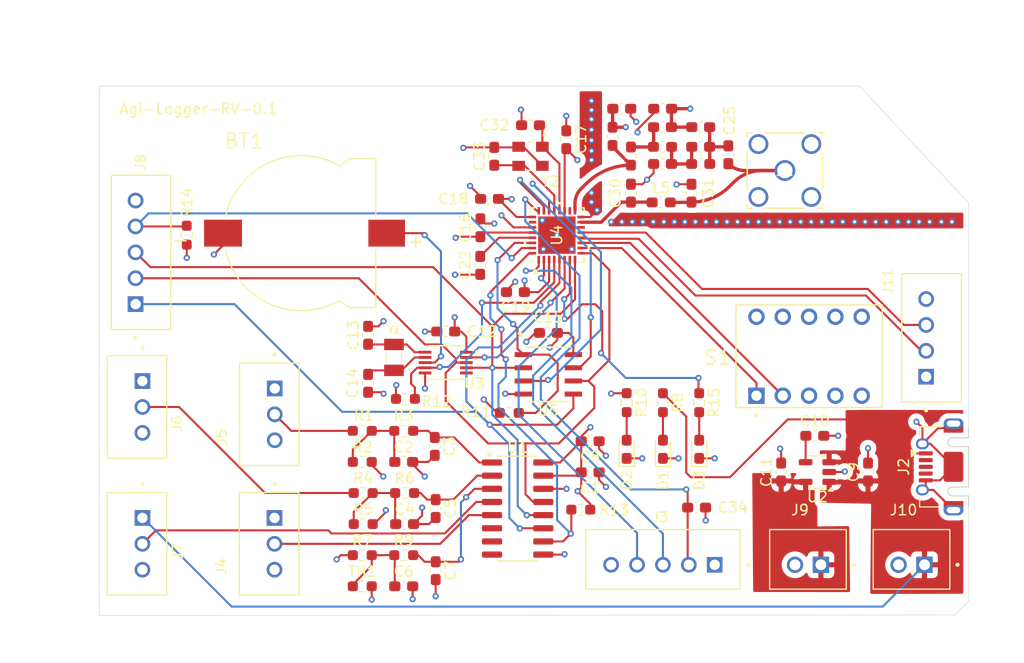
<source format=kicad_pcb>
(kicad_pcb (version 20241229) (generator "pcbnew") (generator_version "9.0")
  (layers (0 "F.Cu" signal) (4 "In1.Cu" signal) (6 "In2.Cu" signal) (2 "B.Cu" signal) (13 "F.Paste" user) (15 "B.Paste" user) (5 "F.SilkS" user "F.Silkscreen") (7 "B.SilkS" user "B.Silkscreen") (1 "F.Mask" user) (3 "B.Mask" user) (25 "Edge.Cuts" user))
  (net 0 "")
  (net 1 "GND")
  (net 2 "Net-(U3-VBAT)")
  (net 3 "+3.3V")
  (net 4 "Net-(C2-Pad1)")
  (net 5 "/Sensors/A")
  (net 6 "Net-(C4-Pad1)")
  (net 7 "/Sensors/B")
  (net 8 "Net-(C6-Pad1)")
  (net 9 "/Sensors/Therm")
  (net 10 "+5V")
  (net 11 "Net-(U2-BP)")
  (net 12 "Net-(U3-X1)")
  (net 13 "Net-(U3-X2)")
  (net 14 "Net-(U4-VCAP)")
  (net 15 "Net-(C23-Pad1)")
  (net 16 "Net-(C24-Pad1)")
  (net 17 "Net-(C25-Pad2)")
  (net 18 "Net-(C27-Pad1)")
  (net 19 "Net-(U4-RX)")
  (net 20 "Net-(U4-OSCOUT)")
  (net 21 "Net-(U4-OSCIN)")
  (net 22 "NRST")
  (net 23 "Net-(D1-A)")
  (net 24 "Net-(D2-A)")
  (net 28 "SWDIO")
  (net 29 "SWCLK")
  (net 30 "Sensor C(3.3V)")
  (net 31 "Input B")
  (net 32 "Input A")
  (net 33 "Sensor C(5V)")
  (net 34 "SCK")
  (net 35 "EXT_CS")
  (net 36 "SO")
  (net 37 "SI")
  (net 38 "UART_TX")
  (net 39 "UART_RX")
  (net 40 "Net-(U4-TX_HP)")
  (net 41 "EEPROM_CS")
  (net 42 "RTC_CS")
  (net 43 "ADC_CS")
  (net 45 "/MCU/DIP0")
  (net 47 "/MCU/DIP1")
  (net 51 "MFP")
  (net 53 "!W")
  (net 54 "HOLD")
  (net 57 "Net-(D3-A)")
  (net 58 "/MCU/LED")
  (footprint "Inductor_SMD:L_0603_1608Metric_Pad1.05x0.95mm_HandSolder" (layer "F.Cu") (at 136.144 84.328)
    (property "Reference" "L1" (hide yes))
    (property "Value" "L")
  )
  (footprint "Capacitor_SMD:C_0603_1608Metric_Pad1.08x0.95mm_HandSolder" (layer "F.Cu") (at 132.461 84.328 180)
    (property "Reference" "C24" (hide yes))
    (property "Value" "C")
  )
  (footprint "Footprints:M95320_WMN6TP-L" (layer "F.Cu") (at 121.44 104.64)
    (property "Reference" "U5")
    (property "Value" "M95320-WMN6TP")
  )
  (footprint "Resistor_SMD:R_0603_1608Metric_Pad0.98x0.95mm_HandSolder" (layer "F.Cu") (at 129 107.375 -90)
    (property "Reference" "R10")
    (property "Value" "1k")
  )
  (footprint "Capacitor_SMD:C_0603_1608Metric_Pad1.08x0.95mm_HandSolder" (layer "F.Cu") (at 129.413 87.1485 90)
    (property "Reference" "C30")
    (property "Value" "C")
  )
  (footprint "Footprints:XTAL_ABS07-32.768KHZ-T" (layer "F.Cu") (at 106.5331 103.005002 -90)
    (property "Reference" "Y1")
    (property "Value" "ABS07-32.768KHZ-T")
  )
  (footprint "Resistor_SMD:R_0603_1608Metric_Pad0.98x0.95mm_HandSolder" (layer "F.Cu") (at 103.475 110.095)
    (property "Reference" "R1")
    (property "Value" "R")
  )
  (footprint "Resistor_SMD:R_0603_1608Metric_Pad0.98x0.95mm_HandSolder" (layer "F.Cu") (at 117.67 108.36)
    (property "Reference" "R11")
    (property "Value" "10k")
  )
  (footprint "Resistor_SMD:R_0603_1608Metric_Pad0.98x0.95mm_HandSolder" (layer "F.Cu") (at 103.5625 116.095)
    (property "Reference" "R4")
    (property "Value" "R")
  )
  (footprint "Inductor_SMD:L_0603_1608Metric_Pad1.05x0.95mm_HandSolder" (layer "F.Cu") (at 132.334 88.0375)
    (property "Reference" "L5")
    (property "Value" "L")
  )
  (footprint "Capacitor_SMD:C_0603_1608Metric_Pad1.08x0.95mm_HandSolder" (layer "F.Cu") (at 114.88 90.49 90)
    (property "Reference" "C16")
    (property "Value" "100nF")
  )
  (footprint "Resistor_SMD:R_0603_1608Metric_Pad0.98x0.95mm_HandSolder" (layer "F.Cu") (at 107.64 107.01)
    (property "Reference" "R12")
    (property "Value" "10k")
  )
  (footprint "Capacitor_SMD:C_0603_1608Metric_Pad1.08x0.95mm_HandSolder" (layer "F.Cu") (at 138.811 83.439 -90)
    (property "Reference" "C25")
    (property "Value" "C")
  )
  (footprint "Capacitor_SMD:C_0603_1608Metric_Pad1.08x0.95mm_HandSolder" (layer "F.Cu") (at 119.715 80.59 180)
    (property "Reference" "C32")
    (property "Value" "8pF")
  )
  (footprint "Capacitor_SMD:C_0603_1608Metric_Pad1.08x0.95mm_HandSolder" (layer "F.Cu") (at 135.255 87.1485 90)
    (property "Reference" "C31")
    (property "Value" "C")
  )
  (footprint "Capacitor_SMD:C_0603_1608Metric_Pad1.08x0.95mm_HandSolder" (layer "F.Cu") (at 132.461 80.772)
    (property "Reference" "C27" (hide yes))
    (property "Value" "C")
  )
  (footprint "Footprints:OSCCC320X250X60N" (layer "F.Cu") (at 119.715 83.59 -90)
    (property "Reference" "Y2")
    (property "Value" "CX3225SB48000D0FPJC1")
  )
  (footprint "Footprints:JST_B5B-XH-A" (layer "F.Cu") (at 132.5 122.5)
    (property "Reference" "J3")
    (property "Value" "B5B-XH-A")
  )
  (footprint "Capacitor_SMD:C_0603_1608Metric_Pad1.08x0.95mm_HandSolder" (layer "F.Cu") (at 110.5625 117.595 -90)
    (property "Reference" "C5")
    (property "Value" "C")
  )
  (footprint "Inductor_SMD:L_0603_1608Metric_Pad1.05x0.95mm_HandSolder" (layer "F.Cu") (at 127.635 81.661 90)
    (property "Reference" "L4" (hide yes))
    (property "Value" "L")
  )
  (footprint "Resistor_SMD:R_0603_1608Metric_Pad0.98x0.95mm_HandSolder" (layer "F.Cu") (at 103.475 125.095)
    (property "Reference" "TH1")
    (property "Value" "Thermistor")
  )
  (footprint "Capacitor_SMD:C_0603_1608Metric_Pad1.08x0.95mm_HandSolder" (layer "F.Cu") (at 116.215 83.59 90)
    (property "Reference" "C33")
    (property "Value" "8pF")
  )
  (footprint "Resistor_SMD:R_0603_1608Metric_Pad0.98x0.95mm_HandSolder" (layer "F.Cu") (at 107.475 110.095)
    (property "Reference" "R3")
    (property "Value" "R")
  )
  (footprint "Capacitor_SMD:C_0603_1608Metric_Pad1.08x0.95mm_HandSolder" (layer "F.Cu") (at 125.475 114.095)
    (property "Reference" "C1")
    (property "Value" "100nF")
  )
  (footprint "Capacitor_SMD:C_0603_1608Metric_Pad1.08x0.95mm_HandSolder" (layer "F.Cu") (at 121.44 100.64 180)
    (property "Reference" "C15")
    (property "Value" "100nF")
  )
  (footprint "Inductor_SMD:L_0603_1608Metric_Pad1.05x0.95mm_HandSolder" (layer "F.Cu") (at 132.461 82.677)
    (property "Reference" "L2" (hide yes))
    (property "Value" "L")
  )
  (footprint "Package_SO:SOIC-16_3.9x9.9mm_P1.27mm" (layer "F.Cu") (at 118.475 117.595)
    (property "Reference" "U1")
    (property "Value" "MCP3208")
  )
  (footprint "Footprints:JST_B3B-XH-A" (layer "F.Cu") (at 81.725 121 90)
    (property "Reference" "J7")
    (property "Value" "B3B-XH-A")
  )
  (footprint "Footprints:JST_B3B-XH-A" (layer "F.Cu") (at 81.725 107.79 90)
    (property "Reference" "J6")
    (property "Value" "B3B-XH-A")
  )
  (footprint "Footprints:JST_B3B-XH-A" (layer "F.Cu") (at 94.475 121 90)
    (property "Reference" "J4")
    (property "Value" "B3B-XH-A")
  )
  (footprint "Capacitor_SMD:C_0603_1608Metric_Pad1.08x0.95mm_HandSolder" (layer "F.Cu") (at 104.0331 105.505002 -90)
    (property "Reference" "C14")
    (property "Value" "12.5pF")
  )
  (footprint "Footprints:JST_B5B-XH-A" (layer "F.Cu") (at 82.115 92.86 -90)
    (property "Reference" "J8")
    (property "Value" "B5B-XH-A")
  )
  (footprint "Resistor_SMD:R_0603_1608Metric_Pad0.98x0.95mm_HandSolder" (layer "F.Cu") (at 136 107.375 -90)
    (property "Reference" "R15")
    (property "Value" "1k")
  )
  (footprint "Capacitor_SMD:C_0603_1608Metric_Pad1.08x0.95mm_HandSolder" (layer "F.Cu") (at 123.165 81.99 90)
    (property "Reference" "C17")
    (property "Value" "100nF")
  )
  (footprint "LED_SMD:LED_0603_1608Metric_Pad1.05x0.95mm_HandSolder" (layer "F.Cu") (at 132.5 111.875 90)
    (property "Reference" "D1")
    (property "Value" "LED")
  )
  (footprint "Footprints:JST_B3B-XH-A" (layer "F.Cu") (at 94.5 108.5 90)
    (property "Reference" "J5")
    (property "Value" "B3B-XH-A")
  )
  (footprint "Capacitor_SMD:C_0603_1608Metric_Pad1.08x0.95mm_HandSolder" (layer "F.Cu") (at 118.2595 96.7 180)
    (property "Reference" "C19")
    (property "Value" "100nF")
  )
  (footprint "Capacitor_SMD:C_0603_1608Metric_Pad1.08x0.95mm_HandSolder" (layer "F.Cu") (at 136.144 82.677)
    (property "Reference" "C26" (hide yes))
    (property "Value" "C")
  )
  (footprint "Footprints:JST_B2B-XH-A" (layer "F.Cu") (at 156.5 122.5)
    (property "Reference" "J10")
    (property "Value" "B2B-XH-A")
  )
  (footprint "Capacitor_SMD:C_0603_1608Metric_Pad1.08x0.95mm_HandSolder" (layer "F.Cu") (at 111.5331 100.505002 180)
    (property "Reference" "C12")
    (property "Value" "100nF")
  )
  (footprint "Capacitor_SMD:C_0603_1608Metric_Pad1.08x0.95mm_HandSolder" (layer "F.Cu") (at 147.1625 110.57)
    (property "Reference" "C10")
    (property "Value" "C")
  )
  (footprint "Footprints:MCP79510T_I_MS-L" (layer "F.Cu") (at 111.5331 103.505001)
    (property "Reference" "U3")
    (property "Value" "MCP79510T-I/MS")
  )
  (footprint "Footprints:STM32WL30KBV6-L" (layer "F.Cu") (at 122.2595 91.2 90)
    (property "Reference" "U4")
    (property "Value" "STM32WL30KBV6")
  )
  (footprint "Capacitor_SMD:C_0603_1608Metric_Pad1.08x0.95mm_HandSolder" (layer "F.Cu") (at 125.475 111.095)
    (property "Reference" "C8")
    (property "Value" "100nF")
  )
  (footprint "Connector_USB:USB_Micro-AB_Molex_47590-0001" (layer "F.Cu") (at 160.9 113.57 90)
    (property "Reference" "J2")
    (property "Value" "USB_B_Micro")
    (fp_line (start 2.8 -0.475) (end 2.8 1.1) (stroke (width 0.1)) (layer "Edge.Cuts"))
    (fp_line (start 1.95 -0.475) (end 1.95 1.1) (stroke (width 0.1)) (layer "Edge.Cuts"))
    (fp_line (start -1.95 -0.475) (end -1.95 1.1) (stroke (width 0.1)) (layer "Edge.Cuts"))
    (fp_line (start -2.8 -0.475) (end -2.8 1.1) (stroke (width 0.1)) (layer "Edge.Cuts"))
    (fp_line (start 2.8 1.1) (end 3.75 1.1) (stroke (width 0.1)) (layer "Edge.Cuts"))
    (fp_line (start -1.95 1.1) (end 1.95 1.1) (stroke (width 0.1)) (layer "Edge.Cuts"))
    (fp_line (start -3.75 1.1) (end -2.8 1.1) (stroke (width 0.1)) (layer "Edge.Cuts"))
    (fp_arc (start 1.95 -0.475) (mid 2.375 -0.9) (end 2.8 -0.475) (stroke (width 0.1)) (layer "Edge.Cuts"))
    (fp_arc (start -2.8 -0.475) (mid -2.375 -0.9) (end -1.95 -0.475) (stroke (width 0.1)) (layer "Edge.Cuts"))
  )
  (footprint "Capacitor_SMD:C_0603_1608Metric_Pad1.08x0.95mm_HandSolder" (layer "F.Cu") (at 114.86 94.12 -90)
    (property "Reference" "C22")
    (property "Value" "100nF")
  )
  (footprint "Resistor_SMD:R_0603_1608Metric_Pad0.98x0.95mm_HandSolder" (layer "F.Cu") (at 124.57 117.7 180)
    (property "Reference" "R13")
    (property "Value" "10k")
  )
  (footprint "Resistor_SMD:R_0603_1608Metric_Pad0.98x0.95mm_HandSolder" (layer "F.Cu") (at 103.5625 119.095)
    (property "Reference" "R5")
    (property "Value" "R")
  )
  (footprint "Footprints:SW_DS01C-254-S-05BE" (layer "F.Cu") (at 146.61 102.89)
    (property "Reference" "S1")
    (property "Value" "DS01C-254-S-05BE")
  )
  (footprint "Capacitor_SMD:C_0603_1608Metric_Pad1.08x0.95mm_HandSolder" (layer "F.Cu") (at 135.75 117.5)
    (property "Reference" "C34")
    (property "Value" "100nF")
  )
  (footprint "Capacitor_SMD:C_0603_1608Metric_Pad1.08x0.95mm_HandSolder" (layer "F.Cu") (at 115.7595 87.7 180)
    (property "Reference" "C18")
    (property "Value" "100nF")
  )
  (footprint "Resistor_SMD:R_0603_1608Metric_Pad0.98x0.95mm_HandSolder" (layer "F.Cu") (at 107.5625 116.095)
    (property "Reference" "R6")
    (property "Value" "R")
  )
  (footprint "Resistor_SMD:R_0603_1608Metric_Pad0.98x0.95mm_HandSolder" (layer "F.Cu") (at 107.475 122.095)
    (property "Reference" "R9")
    (property "Value" "10k")
  )
  (footprint "Capacitor_SMD:C_0603_1608Metric_Pad1.08x0.95mm_HandSolder" (layer "F.Cu") (at 132.475 78.994)
    (property "Reference" "C28" (hide yes))
    (property "Value" "C")
  )
  (footprint "LED_SMD:LED_0603_1608Metric_Pad1.05x0.95mm_HandSolder" (layer "F.Cu") (at 136 111.875 90)
    (property "Reference" "D3")
    (property "Value" "LED")
  )
  (footprint "Capacitor_SMD:C_0603_1608Metric_Pad1.08x0.95mm_HandSolder" (layer "F.Cu") (at 143.9125 114.07 90)
    (property "Reference" "C11")
    (property "Value" "2.2uF")
  )
  (footprint "Capacitor_SMD:C_0603_1608Metric_Pad1.08x0.95mm_HandSolder" (layer "F.Cu") (at 107.5625 119.095)
    (property "Reference" "C4")
    (property "Value" "C")
  )
  (footprint "Capacitor_SMD:C_0603_1608Metric_Pad1.08x0.95mm_HandSolder" (layer "F.Cu") (at 107.475 113.095)
    (property "Reference" "C2")
    (property "Value" "C")
  )
  (footprint "Package_TO_SOT_SMD:SOT-23-5" (layer "F.Cu") (at 147.4125 114.07 180)
    (property "Reference" "U2")
    (property "Value" "SPX3819M5-L-3-3")
  )
  (footprint "Capacitor_SMD:C_0603_1608Metric_Pad1.08x0.95mm_HandSolder" (layer "F.Cu") (at 104.0331 100.867502 90)
    (property "Reference" "C13")
    (property "Value" "12.5pF")
  )
  (footprint "Resistor_SMD:R_0603_1608Metric_Pad0.98x0.95mm_HandSolder" (layer "F.Cu") (at 103.475 113.095)
    (property "Reference" "R2")
    (property "Value" "R")
  )
  (footprint "Resistor_SMD:R_0603_1608Metric_Pad0.98x0.95mm_HandSolder" (layer "F.Cu") (at 132.5 107.375 -90)
    (property "Reference" "R8")
    (property "Value" "1k")
  )
  (footprint "Inductor_SMD:L_0603_1608Metric_Pad1.05x0.95mm_HandSolder" (layer "F.Cu") (at 129.413 83.566 90)
    (property "Reference" "L3" (hide yes))
    (property "Value" "L")
  )
  (footprint "LED_SMD:LED_0603_1608Metric_Pad1.05x0.95mm_HandSolder" (layer "F.Cu") (at 129 111.875 90)
    (property "Reference" "D2")
    (property "Value" "LED")
  )
  (footprint "Resistor_SMD:R_0603_1608Metric_Pad0.98x0.95mm_HandSolder" (layer "F.Cu") (at 86.53 91.2075 90)
    (property "Reference" "R14")
    (property "Value" "10k")
  )
  (footprint "Resistor_SMD:R_0603_1608Metric_Pad0.98x0.95mm_HandSolder" (layer "F.Cu") (at 103.475 122.095)
    (property "Reference" "R7")
    (property "Value" "10k")
  )
  (footprint "Footprints:JST_B4B-XH-A" (layer "F.Cu") (at 158.435 101.12 -90)
    (property "Reference" "J11")
    (property "Value" "B4B-XH-A")
  )
  (footprint "Footprints:BAT_BC501SM" (layer "F.Cu") (at 97.6 91.01)
    (property "Reference" "BT1")
    (property "Value" "BC501SM")
  )
  (footprint "Capacitor_SMD:C_0603_1608Metric_Pad1.08x0.95mm_HandSolder" (layer "F.Cu") (at 136.144 80.772 180)
    (property "Reference" "C23" (hide yes))
    (property "Value" "C")
  )
  (footprint "Capacitor_SMD:C_0603_1608Metric_Pad1.08x0.95mm_HandSolder" (layer "F.Cu") (at 110.5625 123.595 -90)
    (property "Reference" "C7")
    (property "Value" "330nF")
  )
  (footprint "Capacitor_SMD:C_0603_1608Metric_Pad1.08x0.95mm_HandSolder" (layer "F.Cu") (at 152.3 114.07 90)
    (property "Reference" "C9")
    (property "Value" "1uF")
  )
  (footprint "Footprints:CONN_RF2-04A-T-00-50-G_ADM" (layer "F.Cu") (at 144.272 84.963)
    (property "Reference" "J1")
    (property "Value" "RF2-04A-T-00-50-G")
  )
  (footprint "Capacitor_SMD:C_0603_1608Metric_Pad1.08x0.95mm_HandSolder" (layer "F.Cu") (at 107.475 125.095)
    (property "Reference" "C6")
    (property "Value" "330nF")
  )
  (footprint "Footprints:JST_B2B-XH-A" (layer "F.Cu") (at 146.5 122.5)
    (property "Reference" "J9")
    (property "Value" "B2B-XH-A")
  )
  (footprint "Capacitor_SMD:C_0603_1608Metric_Pad1.08x0.95mm_HandSolder" (layer "F.Cu") (at 128.524 78.994)
    (property "Reference" "C29" (hide yes))
    (property "Value" "C")
  )
  (footprint "Capacitor_SMD:C_0603_1608Metric_Pad1.08x0.95mm_HandSolder" (layer "F.Cu") (at 110.475 111.595 -90)
    (property "Reference" "C3")
    (property "Value" "C")
  )
  (gr_line (start 162 117.32) (end 162 126.5428) (stroke (width 0.05)) (layer "Edge.Cuts"))
  (gr_line (start 78.0796 76.8096) (end 151.4856 76.8096) (stroke (width 0.05)) (layer "Edge.Cuts"))
  (gr_line (start 162 109.82) (end 162 88.0872) (stroke (width 0.05)) (layer "Edge.Cuts"))
  (gr_line (start 151.4856 76.8096) (end 162 88.0872) (stroke (width 0.05)) (layer "Edge.Cuts"))
  (gr_line (start 160.6804 127.8636) (end 78.0796 127.9144) (stroke (width 0.05)) (layer "Edge.Cuts"))
  (gr_line (start 78.0796 77.8764) (end 78.0796 76.8096) (stroke (width 0.05)) (layer "Edge.Cuts"))
  (gr_line (start 78.0796 127.9144) (end 78.0796 77.8764) (stroke (width 0.05)) (layer "Edge.Cuts"))
  (gr_line (start 162 126.5428) (end 160.6804 127.8636) (stroke (width 0.05)) (layer "Edge.Cuts"))
  (gr_text "Agi-Logger-RV-0.1" (at 79.9592 79.6036 0) (layer "F.SilkS") (effects (font (size 1 1)) (justify left bottom)))
  (segment (start 114.897 87.4675) (end 113.8795 86.45) (width 0.2) (layer "F.Cu") (net 1))
  (segment (start 135.2815 80.772) (end 133.3235 80.772) (width 0.3215) (layer "F.Cu") (net 1))
  (segment (start 133.8304 86.286) (end 133.8072 86.3092) (width 0.2) (layer "F.Cu") (net 1))
  (segment (start 148.025 110.57) (end 149.4125 110.57) (width 0.2) (layer "F.Cu") (net 1))
  (segment (start 123.19 115.69) (end 120.95 115.69) (width 0.2) (layer "F.Cu") (net 1))
  (segment (start 105.75 117.94) (end 104.595 119.095) (width 0.2) (layer "F.Cu") (net 1))
  (segment (start 90.03 92.19) (end 89.15 93.07) (width 0.2) (layer "F.Cu") (net 1))
  (segment (start 130.5 112.75) (end 129 112.75) (width 0.2) (layer "F.Cu") (net 1))
  (segment (start 123.165 79.695) (end 123.17 79.69) (width 0.2) (layer "F.Cu") (net 1))
  (segment (start 136 112.75) (end 137.5 112.75) (width 0.2) (layer "F.Cu") (net 1))
  (segment (start 136.6125 118.7325) (end 136.63 118.75) (width 0.2) (layer "F.Cu") (net 1))
  (segment (start 133.3235 80.772) (end 133.3235 79.027799) (width 0.3215) (layer "F.Cu") (net 1))
  (segment (start 117.317 106.545) (end 117.277 106.505) (width 0.2) (layer "F.Cu") (net 1))
  (segment (start 117.397 96.7) (end 117.397 96.543) (width 0.2) (layer "F.Cu") (net 1))
  (segment (start 143.9125 111.9085) (end 143.8148 111.8108) (width 0.2) (layer "F.Cu") (net 1))
  (segment (start 110.5625 126.0625) (end 110.5625 124.4575) (width 0.2) (layer "F.Cu") (net 1))
  (segment (start 158.6 115.795) (end 157.55 115.795) (width 0.2) (layer "F.Cu") (net 1))
  (segment (start 148.55 114.07) (end 150 114.07) (width 0.2) (layer "F.Cu") (net 1))
  (segment (start 119.31 101.5) (end 119.31 101.492) (width 0.2) (layer "F.Cu") (net 1))
  (segment (start 120.95 122.04) (end 122.96 122.04) (width 0.2) (layer "F.Cu") (net 1))
  (segment (start 118.069999 90.449999) (end 116.91 89.29) (width 0.2) (layer "F.Cu") (net 1))
  (segment (start 116.215 82.7275) (end 113.2875 82.7275) (width 0.2) (layer "F.Cu") (net 1))
  (segment (start 157.875 114.87) (end 159.25 114.87) (width 0.2) (layer "F.Cu") (net 1))
  (segment (start 133.3375 78.994) (end 135.128 78.994) (width 0.3215) (layer "F.Cu") (net 1))
  (segment (start 120.95 115.69) (end 120.95 115.55) (width 0.2) (layer "F.Cu") (net 1))
  (segment (start 157.55 109.798) (end 156.972 109.22) (width 0.2) (layer "F.Cu") (net 1))
  (segment (start 104.3875 113.095) (end 104.3875 113.3875) (width 0.2) (layer "F.Cu") (net 1))
  (segment (start 124.609 89.450001) (end 125.479999 89.450001) (width 0.2) (layer "F.Cu") (net 1))
  (segment (start 159.25 114.87) (end 160.55 113.57) (width 0.2) (layer "F.Cu") (net 1))
  (segment (start 108.3375 126.3375) (end 108.3375 125.095) (width 0.2) (layer "F.Cu") (net 1))
  (segment (start 131.5985 85.2159) (end 130.9624 85.852) (width 0.2) (layer "F.Cu") (net 1))
  (segment (start 160.628618 110.146475) (end 160.654912 110.169) (width 0.2) (layer "F.Cu") (net 1))
  (segment (start 129.413 86.286) (end 130.5284 86.286) (width 0.2) (layer "F.Cu") (net 1))
  (segment (start 129.3865 78.994) (end 129.3865 79.7295) (width 0.2) (layer "F.Cu") (net 1))
  (segment (start 116.22 90.08) (end 115.3325 90.08) (width 0.2) (layer "F.Cu") (net 1))
  (segment (start 104.3875 113.3875) (end 105.5 114.5) (width 0.2) (layer "F.Cu") (net 1))
  (segment (start 129.3865 79.7295) (end 129.921 80.264) (width 0.2) (layer "F.Cu") (net 1))
  (segment (start 123.165 81.1275) (end 123.165 79.695) (width 0.2) (layer "F.Cu") (net 1))
  (segment (start 150 114.07) (end 150.05 114.02) (width 0.2) (layer "F.Cu") (net 1))
  (segment (start 126.3375 111.095) (end 126.3375 111.8375) (width 0.2) (layer "F.Cu") (net 1))
  (segment (start 105.389502 106.367502) (end 105.527 106.505) (width 0.2) (layer "F.Cu") (net 1))
  (segment (start 108.3375 113.095) (end 109.8375 113.095) (width 0.2) (layer "F.Cu") (net 1))
  (segment (start 157.55 111.345) (end 157.55 109.798) (width 0.2) (layer "F.Cu") (net 1))
  (segment (start 160.55 117.745) (end 158.6 115.795) (width 0.2) (layer "F.Cu") (net 1))
  (segment (start 120.162 100.64) (end 120.5775 100.64) (width 0.2) (layer "F.Cu") (net 1))
  (segment (start 109.5392 105.9928) (end 109.527 106.005) (width 0.2) (layer "F.Cu") (net 1))
  (segment (start 157.875 114.87) (end 157.875 115.47) (width 0.2) (layer "F.Cu") (net 1))
  (segment (start 157.875 115.47) (end 157.55 115.795) (width 0.2) (layer "F.Cu") (net 1))
  (segment (start 114.8225 95.02) (end 114.86 94.9825) (width 0.2) (layer "F.Cu") (net 1))
  (segment (start 125.479999 89.450001) (end 126.14 88.79) (width 0.2) (layer "F.Cu") (net 1))
  (segment (start 115.3325 90.08) (end 114.88 89.6275) (width 0.2) (layer "F.Cu") (net 1))
  (segment (start 116.215 82.7275) (end 118.5125 82.7275) (width 0.2) (layer "F.Cu") (net 1))
  (segment (start 118.57 82.67) (end 119.02 82.67) (width 0.2) (layer "F.Cu") (net 1))
  (segment (start 126.3375 114.8375) (end 127 115.5) (width 0.2) (layer "F.Cu") (net 1))
  (segment (start 108.3375 113.095) (end 108.3375 113.3375) (width 0.2) (layer "F.Cu") (net 1))
  (segment (start 109.905 119.095) (end 108.425 119.095) (width 0.2) (layer "F.Cu") (net 1))
  (segment (start 160.55 113.57) (end 158.325 111.345) (width 0.2) (layer "F.Cu") (net 1))
  (segment (start 109.5392 104.505002) (end 109.5392 105.9928) (width 0.2) (layer "F.Cu") (net 1))
  (segment (start 119.31 101.492) (end 120.162 100.64) (width 0.2) (layer "F.Cu") (net 1))
  (segment (start 122.96 122.04) (end 123 122) (width 0.2) (layer "F.Cu") (net 1))
  (segment (start 104.3875 126.3875) (end 104.3875 125.095) (width 0.2) (layer "F.Cu") (net 1))
  (segment (start 160.55 110.067857) (end 160.628618 110.146475) (width 0.2) (layer "F.Cu") (net 1))
  (segment (start 109.25 118.27) (end 108.425 119.095) (width 0.2) (layer "F.Cu") (net 1))
  (segment (start 112.43 95.02) (end 114.8225 95.02) (width 0.2) (layer "F.Cu") (net 1))
  (segment (start 104.0331 106.367502) (end 105.389502 106.367502) (width 0.2) (layer "F.Cu") (net 1))
  (segment (start 118.8525 80.59) (end 118.8525 79.1475) (width 0.2) (layer "F.Cu") (net 1))
  (segment (start 119.02 82.67) (end 120.86 84.51) (width 0.2) (layer "F.Cu") (net 1))
  (segment (start 160.55 109.8325) (end 159.0625 109.8325) (width 0.2) (layer "F.Cu") (net 1))
  (segment (start 130.5284 86.286) (end 130.9624 85.852) (width 0.2) (layer "F.Cu") (net 1))
  (segment (start 158.325 111.345) (end 157.55 111.345) (width 0.2) (layer "F.Cu") (net 1))
  (segment (start 120.95 115.55) (end 121 115.5) (width 0.2) (layer "F.Cu") (net 1))
  (segment (start 135.255 86.286) (end 133.8304 86.286) (width 0.2) (layer "F.Cu") (net 1))
  (segment (start 160.55 109.8325) (end 160.55 110.067857) (width 0.2) (layer "F.Cu") (net 1))
  (segment (start 126.3375 114.095) (end 126.3375 114.8375) (width 0.2) (layer "F.Cu") (net 1))
  (segment (start 152.3 113.2075) (end 152.3 111.77) (width 0.2) (layer "F.Cu") (net 1))
  (segment (start 104.595 119.095) (end 104.475 119.095) (width 0.2) (layer "F.Cu") (net 1))
  (segment (start 110.5625 118.4575) (end 110.5425 118.4575) (width 0.2) (layer "F.Cu") (net 1))
  (segment (start 117.397 96.543) (end 118.24 95.7) (width 0.2) (layer "F.Cu") (net 1))
  (segment (start 119.027 106.545) (end 117.317 106.545) (width 0.2) (layer "F.Cu") (net 1))
  (segment (start 110.5425 118.4575) (end 109.905 119.095) (width 0.2) (layer "F.Cu") (net 1))
  (segment (start 132.5 112.75) (end 134 112.75) (width 0.2) (layer "F.Cu") (net 1))
  (segment (start 110.6706 100.505002) (end 109.527002 100.505002) (width 0.2) (layer "F.Cu") (net 1))
  (segment (start 114.897 87.7) (end 114.897 87.4675) (width 0.2) (layer "F.Cu") (net 1))
  (segment (start 108.3375 113.3375) (end 109.5 114.5) (width 0.2) (layer "F.Cu") (net 1))
  (segment (start 105.026998 100.005002) (end 105.527 99.505) (width 0.2) (layer "F.Cu") (net 1))
  (segment (start 159.0625 109.8325) (end 157.55 111.345) (width 0.2) (layer "F.Cu") (net 1))
  (segment (start 136.6125 117.5) (end 136.6125 118.7325) (width 0.2) (layer "F.Cu") (net 1))
  (segment (start 109.25 117.5) (end 109.25 118.27) (width 0.2) (layer "F.Cu") (net 1))
  (segment (start 104.0331 100.005002) (end 105.026998 100.005002) (width 0.2) (layer "F.Cu") (net 1))
  (segment (start 109.8375 113.095) (end 110.475 112.4575) (width 0.2) (layer "F.Cu") (net 1))
  (segment (start 126.3375 111.8375) (end 127 112.5) (width 0.2) (layer "F.Cu") (net 1))
  (segment (start 119.91 90.449999) (end 118.069999 90.449999) (width 0.2) (layer "F.Cu") (net 1))
  (segment (start 90.03 91.01) (end 90.03 92.19) (width 0.2) (layer "F.Cu") (net 1))
  (segment (start 105.75 117.75) (end 105.75 117.94) (width 0.2) (layer "F.Cu") (net 1))
  (segment (start 131.5985 84.328) (end 131.5985 85.2159) (width 0.2) (layer "F.Cu") (net 1))
  (segment (start 109.527002 100.505002) (end 109.527 100.505) (width 0.2) (layer "F.Cu") (net 1))
  (segment (start 143.9125 113.2075) (end 143.9125 111.9085) (width 0.2) (layer "F.Cu") (net 1))
  (via (at 120.9548 92.5576) (size 0.6) (drill 0.3) (layers "F.Cu" "B.Cu") (net 1))
  (via (at 110.5625 126.0625) (size 0.6) (drill 0.3) (layers "F.Cu" "B.Cu") (net 1))
  (via (at 116.91 89.29) (size 0.6) (drill 0.3) (layers "F.Cu" "B.Cu") (net 1))
  (via (at 130.556 89.916) (size 0.6) (drill 0.3) (layers "F.Cu" "B.Cu") (net 1))
  (via (at 89.15 93.07) (size 0.6) (drill 0.3) (layers "F.Cu" "B.Cu") (net 1))
  (via (at 136.63 118.75) (size 0.6) (drill 0.3) (layers "F.Cu" "B.Cu") (net 1))
  (via (at 123.17 79.69) (size 0.6) (drill 0.3) (layers "F.Cu" "B.Cu") (net 1))
  (via (at 157.226 89.916) (size 0.6) (drill 0.3) (layers "F.Cu" "B.Cu") (net 1))
  (via (at 136.652 89.916) (size 0.6) (drill 0.3) (layers "F.Cu" "B.Cu") (net 1))
  (via (at 127 115.5) (size 0.6) (drill 0.3) (layers "F.Cu" "B.Cu") (net 1))
  (via (at 116.22 90.08) (size 0.6) (drill 0.3) (layers "F.Cu" "B.Cu") (net 1))
  (via (at 125.603518 78.230272) (size 0.6) (drill 0.3) (layers "F.Cu" "B.Cu") (net 1))
  (via (at 132.588 89.916) (size 0.6) (drill 0.3) (layers "F.Cu" "B.Cu") (net 1))
  (via (at 134 112.75) (size 0.6) (drill 0.3) (layers "F.Cu" "B.Cu") (net 1))
  (via (at 139.7 89.916) (size 0.6) (drill 0.3) (layers "F.Cu" "B.Cu") (net 1))
  (via (at 125.603 81.026) (size 0.6) (drill 0.3) (layers "F.Cu" "B.Cu") (net 1))
  (via (at 117.277 106.505) (size 0.6) (drill 0.3) (layers "F.Cu" "B.Cu") (net 1))
  (via (at 153.035 89.916) (size 0.6) (drill 0.3) (layers "F.Cu" "B.Cu") (net 1))
  (via (at 141.732 89.916) (size 0.6) (drill 0.3) (layers "F.Cu" "B.Cu") (net 1))
  (via (at 131.572 89.916) (size 0.6) (drill 0.3) (layers "F.Cu" "B.Cu") (net 1))
  (via (at 149.86 89.916) (size 0.6) (drill 0.3) (layers "F.Cu" "B.Cu") (net 1))
  (via (at 127.508 89.916) (size 0.6) (drill 0.3) (layers "F.Cu" "B.Cu") (net 1))
  (via (at 113.8795 86.45) (size 0.6) (drill 0.3) (layers "F.Cu" "B.Cu") (net 1))
  (via (at 125.603 83.947) (size 0.6) (drill 0.3) (layers "F.Cu" "B.Cu") (net 1))
  (via (at 105.527 99.505) (size 0.6) (drill 0.3) (layers "F.Cu" "B.Cu") (net 1))
  (via (at 104.3875 126.3875) (size 0.6) (drill 0.3) (layers "F.Cu" "B.Cu") (net 1))
  (via (at 151.003 89.916) (size 0.6) (drill 0.3) (layers "F.Cu" "B.Cu") (net 1))
  (via (at 109.527 106.005) (size 0.6) (drill 0.3) (layers "F.Cu" "B.Cu") (net 1))
  (via (at 135.128 78.994) (size 0.6) (drill 0.3) (layers "F.Cu" "B.Cu") (net 1))
  (via (at 133.604 89.916) (size 0.6) (drill 0.3) (layers "F.Cu" "B.Cu") (net 1))
  (via (at 112.43 95.02) (size 0.6) (drill 0.3) (layers "F.Cu" "B.Cu") (net 1))
  (via (at 149.4125 110.57) (size 0.6) (drill 0.3) (layers "F.Cu" "B.Cu") (net 1))
  (via (at 143.764 89.916) (size 0.6) (drill 0.3) (layers "F.Cu" "B.Cu") (net 1))
  (via (at 119.31 101.5) (size 0.6) (drill 0.3) (layers "F.Cu" "B.Cu") (net 1))
  (via (at 125.603 80.01) (size 0.6) (drill 0.3) (layers "F.Cu" "B.Cu") (net 1))
  (via (at 156.972 109.22) (size 0.6) (drill 0.3) (layers "F.Cu" "B.Cu") (net 1))
  (via (at 135.636 89.916) (size 0.6) (drill 0.3) (layers "F.Cu" "B.Cu") (net 1))
  (via (at 154.051 89.916) (size 0.6) (drill 0.3) (layers "F.Cu" "B.Cu") (net 1))
  (via (at 148.844 89.916) (size 0.6) (drill 0.3) (layers "F.Cu" "B.Cu") (net 1))
  (via (at 122.2595 91.2) (size 0.6) (drill 0.3) (layers "F.Cu" "B.Cu") (net 1))
  (via (at 140.716 89.916) (size 0.6) (drill 0.3) (layers "F.Cu" "B.Cu") (net 1))
  (via (at 160.401 89.916) (size 0.6) (drill 0.3) (layers "F.Cu" "B.Cu") (net 1))
  (via (at 105.527 106.505) (size 0.6) (drill 0.3) (layers "F.Cu" "B.Cu") (net 1))
  (via (at 130.9624 85.852) (size 0.6) (drill 0.3) (layers "F.Cu" "B.Cu") (net 1))
  (via (at 109.25 117.5) (size 0.6) (drill 0.3) (layers "F.Cu" "B.Cu") (net 1))
  (via (at 155.194 89.916) (size 0.6) (drill 0.3) (layers "F.Cu" "B.Cu") (net 1))
  (via (at 147.828 89.916) (size 0.6) (drill 0.3) (layers "F.Cu" "B.Cu") (net 1))
  (via (at 125.603 83.058) (size 0.6) (drill 0.3) (layers "F.Cu" "B.Cu") (net 1))
  (via (at 108.3375 126.3375) (size 0.6) (drill 0.3) (layers "F.Cu" "B.Cu") (net 1))
  (via (at 105.5 114.5) (size 0.6) (drill 0.3) (layers "F.Cu" "B.Cu") (net 1))
  (via (at 137.5 112.75) (size 0.6) (drill 0.3) (layers "F.Cu" "B.Cu") (net 1))
  (via (at 152.019 89.916) (size 0.6) (drill 0.3) (layers "F.Cu" "B.Cu") (net 1))
  (via (at 144.78 89.916) (size 0.6) (drill 0.3) (layers "F.Cu" "B.Cu") (net 1))
  (via (at 126.14 88.79) (size 0.6) (drill 0.3) (layers "F.Cu" "B.Cu") (net 1))
  (via (at 120.8532 89.7636) (size 0.6) (drill 0.3) (layers "F.Cu" "B.Cu") (net 1))
  (via (at 130.5 112.75) (size 0.6) (drill 0.3) (layers "F.Cu" "B.Cu") (net 1))
  (via (at 128.524 89.916) (size 0.6) (drill 0.3) (layers "F.Cu" "B.Cu") (net 1))
  (via (at 150.05 114.02) (size 0.6) (drill 0.3) (layers "F.Cu" "B.Cu") (net 1))
  (via (at 125.603 87.122) (size 0.6) (drill 0.3) (layers "F.Cu" "B.Cu") (net 1))
  (via (at 138.684 89.916) (size 0.6) (drill 0.3) (layers "F.Cu" "B.Cu") (net 1))
  (via (at 137.668 89.916) (size 0.6) (drill 0.3) (layers "F.Cu" "B.Cu") (net 1))
  (via (at 105.75 117.75) (size 0.6) (drill 0.3) (layers "F.Cu" "B.Cu") (net 1))
  (via (at 127 112.5) (size 0.6) (drill 0.3) (layers "F.Cu" "B.Cu") (net 1))
  (via (at 109.527 100.505) (size 0.6) (drill 0.3) (layers "F.Cu" "B.Cu") (net 1))
  (via (at 146.812 89.916) (size 0.6) (drill 0.3) (layers "F.Cu" "B.Cu") (net 1))
  (via (at 123.698 92.5576) (size 0.6) (drill 0.3) (layers "F.Cu" "B.Cu") (net 1))
  (via (at 118.795 79.09) (size 0.6) (drill 0.3) (layers "F.Cu" "B.Cu") (net 1))
  (via (at 109.5 114.5) (size 0.6) (drill 0.3) (layers "F.Cu" "B.Cu") (net 1))
  (via (at 156.21 89.916) (size 0.6) (drill 0.3) (layers "F.Cu" "B.Cu") (net 1))
  (via (at 134.62 89.916) (size 0.6) (drill 0.3) (layers "F.Cu" "B.Cu") (net 1))
  (via (at 159.385 89.916) (size 0.6) (drill 0.3) (layers "F.Cu" "B.Cu") (net 1))
  (via (at 123.19 115.69) (size 0.6) (drill 0.3) (layers "F.Cu" "B.Cu") (net 1))
  (via (at 125.603 79.121) (size 0.6) (drill 0.3) (layers "F.Cu" "B.Cu") (net 1))
  (via (at 125.603 88.011) (size 0.6) (drill 0.3) (layers "F.Cu" "B.Cu") (net 1))
  (via (at 158.242 89.916) (size 0.6) (drill 0.3) (layers "F.Cu" "B.Cu") (net 1))
  (via (at 133.8072 86.3092) (size 0.6) (drill 0.3) (layers "F.Cu" "B.Cu") (net 1))
  (via (at 143.8148 111.8108) (size 0.6) (drill 0.3) (layers "F.Cu" "B.Cu") (net 1))
  (via (at 113.235 82.78) (size 0.6) (drill 0.3) (layers "F.Cu" "B.Cu") (net 1))
  (via (at 142.748 89.916) (size 0.6) (drill 0.3) (layers "F.Cu" "B.Cu") (net 1))
  (via (at 118.24 95.7) (size 0.6) (drill 0.3) (layers "F.Cu" "B.Cu") (net 1))
  (via (at 129.921 80.264) (size 0.6) (drill 0.3) (layers "F.Cu" "B.Cu") (net 1))
  (via (at 145.796 89.916) (size 0.6) (drill 0.3) (layers "F.Cu" "B.Cu") (net 1))
  (via (at 125.603 82.042) (size 0.6) (drill 0.3) (layers "F.Cu" "B.Cu") (net 1))
  (via (at 123 122) (size 0.6) (drill 0.3) (layers "F.Cu" "B.Cu") (net 1))
  (via (at 129.54 89.916) (size 0.6) (drill 0.3) (layers "F.Cu" "B.Cu") (net 1))
  (via (at 152.3 111.77) (size 0.6) (drill 0.3) (layers "F.Cu" "B.Cu") (net 1))
  (arc (start 133.3235 79.027799) (mid 133.327138 79.009507) (end 133.3375 78.994) (width 0.3215) (layer "F.Cu") (net 1))
  (segment (start 110.464999 103.505001) (end 109.5392 103.505001) (width 0.2) (layer "F.Cu") (net 2))
  (segment (start 109.31 91.01) (end 109.5 91.2) (width 0.2) (layer "F.Cu") (net 2))
  (segment (start 105.83 91.01) (end 109.31 91.01) (width 0.2) (layer "F.Cu") (net 2))
  (segment (start 111.071734 102.898266) (end 110.464999 103.505001) (width 0.2) (layer "F.Cu") (net 2))
  (via (at 109.5 91.2) (size 0.6) (drill 0.3) (layers "F.Cu" "B.Cu") (net 2))
  (via (at 111.071734 102.898266) (size 0.6) (drill 0.3) (layers "F.Cu" "B.Cu") (net 2))
  (segment (start 111.071734 102.898266) (end 111.071734 92.771734) (width 0.2) (layer "B.Cu") (net 2))
  (segment (start 111.071734 92.771734) (end 109.5 91.2) (width 0.2) (layer "B.Cu") (net 2))
  (segment (start 114.88 91.3525) (end 112.5975 91.3525) (width 0.2) (layer "F.Cu") (net 3))
  (segment (start 119.14 95.58) (end 119.14 96.682) (width 0.2) (layer "F.Cu") (net 3))
  (segment (start 116.622 87.7) (end 117.8695 87.7) (width 0.2) (layer "F.Cu") (net 3))
  (segment (start 123.009501 88.8505) (end 123.009501 83.007999) (width 0.2) (layer "F.Cu") (net 3))
  (segment (start 119.14 96.682) (end 119.122 96.7) (width 0.2) (layer "F.Cu") (net 3))
  (segment (start 112.3956 99.1364) (end 112.3956 100.505002) (width 0.2) (layer "F.Cu") (net 3))
  (segment (start 106.7275 107.01) (end 106.7275 105.7125) (width 0.2) (layer "F.Cu") (net 3))
  (segment (start 122.3025 101.3191) (end 121.5644 102.0572) (width 0.2) (layer "F.Cu") (net 3))
  (segment (start 86.53 92.12) (end 86.53 93.39) (width 0.2) (layer "F.Cu") (net 3))
  (segment (start 113.027002 100.505002) (end 113.527 101.005) (width 0.2) (layer "F.Cu") (net 3))
  (segment (start 115.2825 90.95) (end 119.91 90.95) (width 0.2) (layer "F.Cu") (net 3))
  (segment (start 123.853 101.081) (end 123.853 102.735) (width 0.2) (layer "F.Cu") (net 3))
  (segment (start 112.5975 91.3525) (end 112.49 91.46) (width 0.2) (layer "F.Cu") (net 3))
  (segment (start 116.7575 108.36) (end 116.49 108.36) (width 0.2) (layer "F.Cu") (net 3))
  (segment (start 102.5625 122.095) (end 101.405 122.095) (width 0.2) (layer "F.Cu") (net 3))
  (segment (start 127.5375 106.4625) (end 127.5 106.5) (width 0.2) (layer "F.Cu") (net 3))
  (segment (start 128.891 80.786) (end 128.905 80.772) (width 0.3215) (layer "F.Cu") (net 3))
  (segment (start 123.165 82.8525) (end 123.165 82.875) (width 0.2) (layer "F.Cu") (net 3))
  (segment (start 121.509499 95.680501) (end 121.509499 93.5495) (width 0.2) (layer "F.Cu") (net 3))
  (segment (start 125.5 109.75) (end 124.6125 110.6375) (width 0.2) (layer "F.Cu") (net 3))
  (segment (start 123.165 82.875) (end 124.24 83.95) (width 0.2) (layer "F.Cu") (net 3))
  (segment (start 119.122 96.7) (end 120.49 96.7) (width 0.2) (layer "F.Cu") (net 3))
  (segment (start 120.95 113.15) (end 122.5575 113.15) (width 0.2) (layer "F.Cu") (net 3))
  (segment (start 113.527 101.005) (end 113.527 102.505) (width 0.2) (layer "F.Cu") (net 3))
  (segment (start 124.6125 111.095) (end 124.6125 114.095) (width 0.2) (layer "F.Cu") (net 3))
  (segment (start 123.009501 88.870001) (end 123.0195 88.88) (width 0.2) (layer "F.Cu") (net 3))
  (segment (start 114.88 91.3525) (end 115.2825 90.95) (width 0.2) (layer "F.Cu") (net 3))
  (segment (start 125.4825 117.7) (end 125.4825 117.1513) (width 0.2) (layer "F.Cu") (net 3))
  (segment (start 123.009501 88.8505) (end 123.009501 88.870001) (width 0.2) (layer "F.Cu") (net 3))
  (segment (start 124.6125 110.6375) (end 124.6125 111.095) (width 0.2) (layer "F.Cu") (net 3))
  (segment (start 120.95 114.42) (end 124.2875 114.42) (width 0.2) (layer "F.Cu") (net 3))
  (segment (start 127.635 80.786) (end 128.891 80.786) (width 0.3215) (layer "F.Cu") (net 3))
  (segment (start 122.3025 100.64) (end 122.3025 101.3191) (width 0.2) (layer "F.Cu") (net 3))
  (segment (start 118.372001 89.450001) (end 116.622 87.7) (width 0.2) (layer "F.Cu") (net 3))
  (segment (start 123.009501 83.007999) (end 123.165 82.8525) (width 0.2) (layer "F.Cu") (net 3))
  (segment (start 131.6125 78.994) (end 131.6125 79.422443) (width 0.2) (layer "F.Cu") (net 3))
  (segment (start 106.7275 105.7125) (end 106.76 105.68) (width 0.2) (layer "F.Cu") (net 3))
  (segment (start 123.412 100.64) (end 123.853 101.081) (width 0.2) (layer "F.Cu") (net 3))
  (segment (start 116.49 108.36) (end 115.2 107.07) (width 0.2) (layer "F.Cu") (net 3))
  (segment (start 124.6125 114.095) (end 124.6125 115.5699) (width 0.2) (layer "F.Cu") (net 3))
  (segment (start 131.6125 79.422443) (end 130.048 80.986943) (width 0.2) (layer "F.Cu") (net 3))
  (segment (start 124.6125 115.5699) (end 124.2568 115.9256) (width 0.2) (layer "F.Cu") (net 3))
  (segment (start 112.3956 100.505002) (end 113.027002 100.505002) (width 0.2) (layer "F.Cu") (net 3))
  (segment (start 124.2875 114.42) (end 124.6125 114.095) (width 0.2) (layer "F.Cu") (net 3))
  (segment (start 101.405 122.095) (end 101 122.5) (width 0.2) (layer "F.Cu") (net 3))
  (segment (start 122.5575 113.15) (end 124.6125 111.095) (width 0.2) (layer "F.Cu") (net 3))
  (segment (start 119.91 89.450001) (end 118.372001 89.450001) (width 0.2) (layer "F.Cu") (net 3))
  (segment (start 130.048 80.986943) (end 130.048 81.28) (width 0.2) (layer "F.Cu") (net 3))
  (segment (start 129 106.4625) (end 127.5375 106.4625) (width 0.2) (layer "F.Cu") (net 3))
  (segment (start 120.49 96.7) (end 121.509499 95.680501) (width 0.2) (layer "F.Cu") (net 3))
  (segment (start 117.8695 87.7) (end 117.8995 87.73) (width 0.2) (layer "F.Cu") (net 3))
  (segment (start 122.3025 100.64) (end 123.412 100.64) (width 0.2) (layer "F.Cu") (net 3))
  (segment (start 127.635 80.786) (end 127.635 79.057977) (width 0.3215) (layer "F.Cu") (net 3))
  (segment (start 125.4825 117.1513) (end 124.2568 115.9256) (width 0.2) (layer "F.Cu") (net 3))
  (via (at 115.2 107.07) (size 0.6) (drill 0.3) (layers "F.Cu" "B.Cu") (net 3))
  (via (at 125.5 109.75) (size 0.6) (drill 0.3) (layers "F.Cu" "B.Cu") (net 3))
  (via (at 127.5 106.5) (size 0.6) (drill 0.3) (layers "F.Cu" "B.Cu") (net 3))
  (via (at 112.3956 99.1364) (size 0.6) (drill 0.3) (layers "F.Cu" "B.Cu") (net 3))
  (via (at 130.048 81.28) (size 0.6) (drill 0.3) (layers "F.Cu" "B.Cu") (net 3))
  (via (at 106.76 105.68) (size 0.6) (drill 0.3) (layers "F.Cu" "B.Cu") (net 3))
  (via (at 101 122.5) (size 0.6) (drill 0.3) (layers "F.Cu" "B.Cu") (net 3))
  (via (at 117.8995 87.73) (size 0.6) (drill 0.3) (layers "F.Cu" "B.Cu") (net 3))
  (via (at 121.5644 102.0572) (size 0.6) (drill 0.3) (layers "F.Cu" "B.Cu") (net 3))
  (via (at 124.24 83.95) (size 0.6) (drill 0.3) (layers "F.Cu" "B.Cu") (net 3))
  (via (at 112.49 91.46) (size 0.6) (drill 0.3) (layers "F.Cu" "B.Cu") (net 3))
  (via (at 128.905 80.772) (size 0.6) (drill 0.3) (layers "F.Cu" "B.Cu") (net 3))
  (via (at 86.53 93.39) (size 0.6) (drill 0.3) (layers "F.Cu" "B.Cu") (net 3))
  (via (at 119.14 95.58) (size 0.6) (drill 0.3) (layers "F.Cu" "B.Cu") (net 3))
  (via (at 124.2568 115.9256) (size 0.6) (drill 0.3) (layers "F.Cu" "B.Cu") (net 3))
  (arc (start 127.635 79.057977) (mid 127.641887 79.023353) (end 127.6615 78.994) (width 0.3215) (layer "F.Cu") (net 3))
  (segment (start 106.5625 113.045) (end 106.6125 113.095) (width 0.2) (layer "F.Cu") (net 4))
  (segment (start 106.5625 110.095) (end 106.5625 113.045) (width 0.2) (layer "F.Cu") (net 4))
  (segment (start 102.5625 113.095) (end 102.5625 111.92) (width 0.2) (layer "F.Cu") (net 4))
  (segment (start 106.5625 110.095) (end 104.3875 110.095) (width 0.2) (layer "F.Cu") (net 4))
  (segment (start 102.5625 111.92) (end 104.3875 110.095) (width 0.2) (layer "F.Cu") (net 4))
  (segment (start 114.77125 113.15) (end 112.35375 110.7325) (width 0.2) (layer "F.Cu") (net 5))
  (segment (start 116 113.15) (end 114.77125 113.15) (width 0.2) (layer "F.Cu") (net 5))
  (segment (start 108.3875 110.095) (end 109.8375 110.095) (width 0.2) (layer "F.Cu") (net 5))
  (segment (start 112.35375 110.7325) (end 110.475 110.7325) (width 0.2) (layer "F.Cu") (net 5))
  (segment (start 109.8375 110.095) (end 110.475 110.7325) (width 0.2) (layer "F.Cu") (net 5))
  (segment (start 102.65 119.095) (end 102.65 117.92) (width 0.2) (layer "F.Cu") (net 6))
  (segment (start 104.475 116.095) (end 106.65 116.095) (width 0.2) (layer "F.Cu") (net 6))
  (segment (start 106.65 119.045) (end 106.7 119.095) (width 0.2) (layer "F.Cu") (net 6))
  (segment (start 106.65 116.095) (end 106.65 119.045) (width 0.2) (layer "F.Cu") (net 6))
  (segment (start 102.65 117.92) (end 104.475 116.095) (width 0.2) (layer "F.Cu") (net 6))
  (segment (start 109.095 116.095) (end 109.7325 116.7325) (width 0.2) (layer "F.Cu") (net 7))
  (segment (start 108.475 116.095) (end 109.095 116.095) (width 0.2) (layer "F.Cu") (net 7))
  (segment (start 112.2675 116.7325) (end 114.58 114.42) (width 0.2) (layer "F.Cu") (net 7))
  (segment (start 114.58 114.42) (end 116 114.42) (width 0.2) (layer "F.Cu") (net 7))
  (segment (start 109.7325 116.7325) (end 110.5625 116.7325) (width 0.2) (layer "F.Cu") (net 7))
  (segment (start 110.5625 116.7325) (end 112.2675 116.7325) (width 0.2) (layer "F.Cu") (net 7))
  (segment (start 106.5625 122.095) (end 104.3875 122.095) (width 0.2) (layer "F.Cu") (net 8))
  (segment (start 102.5625 125.095) (end 102.5625 124.9375) (width 0.2) (layer "F.Cu") (net 8))
  (segment (start 102.5625 124.9375) (end 104.3875 123.1125) (width 0.2) (layer "F.Cu") (net 8))
  (segment (start 106.6125 125.095) (end 106.6125 122.145) (width 0.2) (layer "F.Cu") (net 8))
  (segment (start 104.3875 123.1125) (end 104.3875 122.095) (width 0.2) (layer "F.Cu") (net 8))
  (segment (start 106.6125 122.145) (end 106.5625 122.095) (width 0.2) (layer "F.Cu") (net 8))
  (segment (start 109.5 122.7325) (end 110.5625 122.7325) (width 0.2) (layer "F.Cu") (net 9))
  (segment (start 108.5 122) (end 108.7675 122) (width 0.2) (layer "F.Cu") (net 9))
  (segment (start 108.3875 122.095) (end 108.405 122.095) (width 0.2) (layer "F.Cu") (net 9))
  (segment (start 114.31 115.69) (end 116 115.69) (width 0.2) (layer "F.Cu") (net 9))
  (segment (start 113.5 116.5) (end 114.31 115.69) (width 0.2) (layer "F.Cu") (net 9))
  (segment (start 108.7675 122) (end 109.5 122.7325) (width 0.2) (layer "F.Cu") (net 9))
  (segment (start 108.405 122.095) (end 108.5 122) (width 0.2) (layer "F.Cu") (net 9))
  (segment (start 110.5625 122.7325) (end 112.7675 122.7325) (width 0.2) (layer "F.Cu") (net 9))
  (segment (start 112.7675 122.7325) (end 113 122.5) (width 0.2) (layer "F.Cu") (net 9))
  (via (at 113 122.5) (size 0.6) (drill 0.3) (layers "F.Cu" "B.Cu") (net 9))
  (via (at 113.5 116.5) (size 0.6) (drill 0.3) (layers "F.Cu" "B.Cu") (net 9))
  (segment (start 113 122.5) (end 113 117) (width 0.2) (layer "B.Cu") (net 9))
  (segment (start 113 117) (end 113.5 116.5) (width 0.2) (layer "B.Cu") (net 9))
  (segment (start 138.97 114.57) (end 144.55 108.99) (width 0.2) (layer "F.Cu") (net 10))
  (segment (start 152.3 115.12) (end 152.3 114.9325) (width 0.2) (layer "F.Cu") (net 10))
  (segment (start 134.75 114.13) (end 135.19 114.57) (width 0.2) (layer "F.Cu") (net 10))
  (segment (start 134.75 108.7125) (end 134.75 114.13) (width 0.2) (layer "F.Cu") (net 10))
  (segment (start 132.5 106.4625) (end 134.75 108.7125) (width 0.2) (layer "F.Cu") (net 10))
  (segment (start 144.55 108.99) (end 150.98 108.99) (width 0.2) (layer "F.Cu") (net 10))
  (segment (start 135.19 114.57) (end 138.97 114.57) (width 0.2) (layer "F.Cu") (net 10))
  (segment (start 157.875 112.27) (end 156.5168 112.27) (width 0.2) (layer "F.Cu") (net 10))
  (segment (start 153.715 127.06) (end 157.75 123.025) (width 0.2) (layer "B.Cu") (net 10))
  (segment (start 82.3 118.5) (end 90.86 127.06) (width 0.2) (layer "B.Cu") (net 10))
  (segment (start 90.86 127.06) (end 152.4 127.06) (width 0.2) (layer "B.Cu") (net 10))
  (segment (start 152.4 127.06) (end 153.715 127.06) (width 0.2) (layer "B.Cu") (net 10))
  (segment (start 82.25 118.5) (end 82.3 118.5) (width 0.2) (layer "B.Cu") (net 10))
  (segment (start 146.275 110.845) (end 146.55 110.57) (width 0.2) (layer "F.Cu") (net 11))
  (segment (start 146.2125 113.12) (end 146.1625 113.07) (width 0.2) (layer "F.Cu") (net 11))
  (segment (start 146.275 113.12) (end 146.275 110.845) (width 0.2) (layer "F.Cu") (net 11))
  (segment (start 146.275 113.12) (end 146.2125 113.12) (width 0.2) (layer "F.Cu") (net 11))
  (segment (start 106.5331 101.755002) (end 107.777002 101.755002) (width 0.2) (layer "F.Cu") (net 12))
  (segment (start 108.527 102.505) (end 109.5392 102.505) (width 0.2) (layer "F.Cu") (net 12))
  (segment (start 104.0581 101.755002) (end 104.0331 101.730002) (width 0.2) (layer "F.Cu") (net 12))
  (segment (start 106.5331 101.755002) (end 104.0581 101.755002) (width 0.2) (layer "F.Cu") (net 12))
  (segment (start 107.777002 101.755002) (end 108.527 102.505) (width 0.2) (layer "F.Cu") (net 12))
  (segment (start 107.276998 104.255002) (end 108.526998 103.005002) (width 0.2) (layer "F.Cu") (net 13))
  (segment (start 106.5331 104.255002) (end 107.276998 104.255002) (width 0.2) (layer "F.Cu") (net 13))
  (segment (start 108.526998 103.005002) (end 109.5392 103.005002) (width 0.2) (layer "F.Cu") (net 13))
  (segment (start 106.5331 104.255002) (end 104.4206 104.255002) (width 0.2) (layer "F.Cu") (net 13))
  (segment (start 104.4206 104.255002) (end 104.0331 104.642502) (width 0.2) (layer "F.Cu") (net 13))
  (segment (start 114.86 93.2575) (end 116.6675 91.45) (width 0.2) (layer "F.Cu") (net 14))
  (segment (start 116.6675 91.45) (end 119.91 91.45) (width 0.2) (layer "F.Cu") (net 14))
  (segment (start 137.0065 82.677) (end 138.8375 82.677) (width 0.3215) (layer "F.Cu") (net 15))
  (segment (start 137.0065 80.772) (end 137.0065 82.677) (width 0.3215) (layer "F.Cu") (net 15))
  (segment (start 137.019 84.328) (end 137.019 82.707178) (width 0.3215) (layer "F.Cu") (net 15))
  (arc (start 137.019 82.707178) (mid 137.015752 82.690845) (end 137.0065 82.677) (width 0.3215) (layer "F.Cu") (net 15))
  (segment (start 135.269 84.328) (end 135.269 82.707178) (width 0.3215) (layer "F.Cu") (net 16))
  (segment (start 133.336 82.677) (end 133.336 84.297822) (width 0.3215) (layer "F.Cu") (net 16))
  (segment (start 133.3235 84.328) (end 135.269 84.328) (width 0.3215) (layer "F.Cu") (net 16))
  (arc (start 133.336 84.297822) (mid 133.332751 84.314155) (end 133.3235 84.328) (width 0.3215) (layer "F.Cu") (net 16))
  (arc (start 135.269 82.707178) (mid 135.272248 82.690846) (end 135.2815 82.677) (width 0.3215) (layer "F.Cu") (net 16))
  (segment (start 135.255 88.011) (end 135.324108 88.011) (width 0.3215) (layer "F.Cu") (net 17))
  (segment (start 142.078446 84.963) (end 144.272 84.963) (width 0.3215) (layer "F.Cu") (net 17))
  (segment (start 133.209 88.0375) (end 135.2285 88.0375) (width 0.3215) (layer "F.Cu") (net 17))
  (segment (start 135.2285 88.0375) (end 135.255 88.011) (width 0.3215) (layer "F.Cu") (net 17))
  (segment (start 138.940643 86.484356) (end 139.319 86.106) (width 0.3215) (layer "F.Cu") (net 17))
  (segment (start 140.408002 84.963) (end 144.272 84.963) (width 0.3215) (layer "F.Cu") (net 17))
  (arc (start 135.255 88.011) (mid 137.249656 87.614238) (end 138.940643 86.484356) (width 0.3215) (layer "F.Cu") (net 17))
  (arc (start 139.319 86.106) (mid 140.585044 85.260056) (end 142.078446 84.963) (width 0.3215) (layer "F.Cu") (net 17))
  (arc (start 138.811 84.3015) (mid 139.543711 84.791082) (end 140.408002 84.963) (width 0.3215) (layer "F.Cu") (net 17))
  (segment (start 131.5985 80.772) (end 131.5985 82.646822) (width 0.3215) (layer "F.Cu") (net 18))
  (segment (start 129.413 82.691) (end 131.552201 82.691) (width 0.3215) (layer "F.Cu") (net 18))
  (arc (start 131.5985 82.646822) (mid 131.595251 82.663155) (end 131.586 82.677) (width 0.3215) (layer "F.Cu") (net 18))
  (arc (start 131.552201 82.691) (mid 131.570493 82.687361) (end 131.586 82.677) (width 0.3215) (layer "F.Cu") (net 18))
  (segment (start 124.609 89.95) (end 126.538144 89.95) (width 0.3215) (layer "F.Cu") (net 19))
  (segment (start 128.477144 88.011) (end 129.413 88.011) (width 0.3215) (layer "F.Cu") (net 19))
  (segment (start 129.413 88.011) (end 131.4325 88.011) (width 0.3215) (layer "F.Cu") (net 19))
  (segment (start 126.538144 89.95) (end 128.477144 88.011) (width 0.3215) (layer "F.Cu") (net 19))
  (segment (start 131.4325 88.011) (end 131.459 88.0375) (width 0.3215) (layer "F.Cu") (net 19))
  (segment (start 120.86 80.8725) (end 120.5775 80.59) (width 0.2) (layer "F.Cu") (net 20))
  (segment (start 120.86 82.67) (end 122.5095 84.3195) (width 0.2) (layer "F.Cu") (net 20))
  (segment (start 120.86 82.67) (end 120.86 80.8725) (width 0.2) (layer "F.Cu") (net 20))
  (segment (start 122.5095 84.3195) (end 122.5095 88.8505) (width 0.2) (layer "F.Cu") (net 20))
  (segment (start 122.4835 88.8245) (end 122.5095 88.8505) (width 0.2) (layer "F.Cu") (net 20))
  (segment (start 122.0095 87.3565) (end 119.163 84.51) (width 0.2) (layer "F.Cu") (net 21))
  (segment (start 116.215 84.4525) (end 118.5125 84.4525) (width 0.2) (layer "F.Cu") (net 21))
  (segment (start 122.0095 88.8505) (end 122.0095 87.3565) (width 0.2) (layer "F.Cu") (net 21))
  (segment (start 119.163 84.51) (end 118.57 84.51) (width 0.2) (layer "F.Cu") (net 21))
  (segment (start 134.8875 117.5) (end 134.8875 115.8875) (width 0.2) (layer "F.Cu") (net 22))
  (segment (start 134.8875 122.9125) (end 135 123.025) (width 0.2) (layer "F.Cu") (net 22))
  (segment (start 134.8875 117.5) (end 134.8875 122.9125) (width 0.2) (layer "F.Cu") (net 22))
  (segment (start 120.3105 88.8505) (end 119.21 87.75) (width 0.2) (layer "F.Cu") (net 22))
  (segment (start 120.509501 88.8505) (end 120.3105 88.8505) (width 0.2) (layer "F.Cu") (net 22))
  (segment (start 134.8875 115.8875) (end 134.75 115.75) (width 0.2) (layer "F.Cu") (net 22))
  (via (at 134.75 115.75) (size 0.6) (drill 0.3) (layers "F.Cu" "B.Cu") (net 22))
  (via (at 119.21 87.75) (size 0.6) (drill 0.3) (layers "F.Cu" "B.Cu") (net 22))
  (segment (start 124.45 101.18) (end 120.71 104.92) (width 0.2) (layer "B.Cu") (net 22))
  (segment (start 120.71 107.059943) (end 129.400057 115.75) (width 0.2) (layer "B.Cu") (net 22))
  (segment (start 119.21 87.75) (end 119.21 89.86) (width 0.2) (layer "B.Cu") (net 22))
  (segment (start 124.45 95.1) (end 124.45 101.18) (width 0.2) (layer "B.Cu") (net 22))
  (segment (start 129.400057 115.75) (end 134.75 115.75) (width 0.2) (layer "B.Cu") (net 22))
  (segment (start 120.71 104.92) (end 120.71 107.059943) (width 0.2) (layer "B.Cu") (net 22))
  (segment (start 119.21 89.86) (end 124.45 95.1) (width 0.2) (layer "B.Cu") (net 22))
  (segment (start 132.5 111) (end 132.5 108.2875) (width 0.2) (layer "F.Cu") (net 23))
  (segment (start 129 111) (end 129 108.2875) (width 0.2) (layer "F.Cu") (net 24))
  (segment (start 120.08 94.64) (end 119.27 94.64) (width 0.2) (layer "F.Cu") (net 28))
  (segment (start 120.509501 93.5495) (end 120.509501 94.210499) (width 0.2) (layer "F.Cu") (net 28))
  (segment (start 120.509501 94.210499) (end 120.08 94.64) (width 0.2) (layer "F.Cu") (net 28))
  (via (at 119.27 94.64) (size 0.6) (drill 0.3) (layers "F.Cu" "B.Cu") (net 28))
  (segment (start 119.97 104.76) (end 123.66 101.07) (width 0.2) (layer "B.Cu") (net 28))
  (segment (start 122.02 94.64) (end 119.27 94.64) (width 0.2) (layer "B.Cu") (net 28))
  (segment (start 119.97 107.5) (end 132.5 120.03) (width 0.2) (layer "B.Cu") (net 28))
  (segment (start 123.66 96.28) (end 122.02 94.64) (width 0.2) (layer "B.Cu") (net 28))
  (segment (start 132.5 120.03) (end 132.5 123.025) (width 0.2) (layer "B.Cu") (net 28))
  (segment (start 123.66 101.07) (end 123.66 96.28) (width 0.2) (layer "B.Cu") (net 28))
  (segment (start 119.97 104.76) (end 119.97 107.5) (width 0.2) (layer "B.Cu") (net 28))
  (segment (start 119.27 94.64) (end 119.29 94.62) (width 0.2) (layer "B.Cu") (net 28))
  (segment (start 121.0095 95.0905) (end 120.74 95.36) (width 0.2) (layer "F.Cu") (net 29))
  (segment (start 121.0095 93.5495) (end 121.0095 95.0905) (width 0.2) (layer "F.Cu") (net 29))
  (via (at 120.74 95.36) (size 0.6) (drill 0.3) (layers "F.Cu" "B.Cu") (net 29))
  (segment (start 122.241 100.229) (end 118.57 103.9) (width 0.2) (layer "B.Cu") (net 29))
  (segment (start 120.74 95.36) (end 122.241 96.861) (width 0.2) (layer "B.Cu") (net 29))
  (segment (start 122.241 96.861) (end 122.241 100.229) (width 0.2) (layer "B.Cu") (net 29))
  (segment (start 118.57 108.52) (end 130 119.95) (width 0.2) (layer "B.Cu") (net 29))
  (segment (start 118.57 103.9) (end 118.57 108.52) (width 0.2) (layer "B.Cu") (net 29))
  (segment (start 130 119.95) (end 130 123.025) (width 0.2) (layer "B.Cu") (net 29))
  (segment (start 95 121) (end 111 121) (width 0.2) (layer "F.Cu") (net 30))
  (segment (start 113.77 118.23) (end 116 118.23) (width 0.2) (layer "F.Cu") (net 30))
  (segment (start 111 121) (end 113.77 118.23) (width 0.2) (layer "F.Cu") (net 30))
  (segment (start 96.62 110.095) (end 95.025 108.5) (width 0.2) (layer "F.Cu") (net 31))
  (segment (start 102.5625 110.095) (end 96.62 110.095) (width 0.2) (layer "F.Cu") (net 31))
  (segment (start 85.79 107.79) (end 94.095 116.095) (width 0.2) (layer "F.Cu") (net 32))
  (segment (start 94.095 116.095) (end 102.65 116.095) (width 0.2) (layer "F.Cu") (net 32))
  (segment (start 82.25 107.79) (end 85.79 107.79) (width 0.2) (layer "F.Cu") (net 32))
  (segment (start 114.4729 116.96) (end 116 116.96) (width 0.2) (layer "F.Cu") (net 33))
  (segment (start 111.4329 120) (end 114.4729 116.96) (width 0.2) (layer "F.Cu") (net 33))
  (segment (start 82.25 121) (end 83.55 119.7) (width 0.2) (layer "F.Cu") (net 33))
  (segment (start 100.2 119.7) (end 100.5 120) (width 0.2) (layer "F.Cu") (net 33))
  (segment (start 83.55 119.7) (end 100.2 119.7) (width 0.2) (layer "F.Cu") (net 33))
  (segment (start 100.5 120) (end 110.5 120) (width 0.2) (layer "F.Cu") (net 33))
  (segment (start 110.5 120) (end 111.4329 120) (width 0.2) (layer "F.Cu") (net 33))
  (segment (start 125.719999 92.949999) (end 124.609 92.949999) (width 0.2) (layer "F.Cu") (net 34))
  (segment (start 122.45 111.31) (end 125.84 107.92) (width 0.2) (layer "F.Cu") (net 34))
  (segment (start 119.21 111.31) (end 122.45 111.31) (width 0.2) (layer "F.Cu") (net 34))
  (segment (start 125.297 105.275) (end 127.33 103.242) (width 0.2) (layer "F.Cu") (net 34))
  (segment (start 111.145 101.755) (end 112.526999 103.136999) (width 0.2) (layer "F.Cu") (net 34))
  (segment (start 111.527 104.505) (end 111.527 107.207) (width 0.2) (layer "F.Cu") (net 34))
  (segment (start 112.526999 103.136999) (end 112.526999 103.505001) (width 0.2) (layer "F.Cu") (net 34))
  (segment (start 115.63 111.31) (end 119.21 111.31) (width 0.2) (layer "F.Cu") (net 34))
  (segment (start 81.59 95.36) (end 103.132 95.36) (width 0.2) (layer "F.Cu") (net 34))
  (segment (start 109.527 101.755) (end 111.145 101.755) (width 0.2) (layer "F.Cu") (net 34))
  (segment (start 125.87 107.92) (end 125.87 105.848) (width 0.2) (layer "F.Cu") (net 34))
  (segment (start 113.527 103.505001) (end 112.526999 103.505001) (width 0.2) (layer "F.Cu") (net 34))
  (segment (start 119.975001 116.96) (end 119.23 116.214999) (width 0.2) (layer "F.Cu") (net 34))
  (segment (start 112.526999 103.505001) (end 111.527 104.505) (width 0.2) (layer "F.Cu") (net 34))
  (segment (start 127.33 103.242) (end 127.33 94.56) (width 0.2) (layer "F.Cu") (net 34))
  (segment (start 120.95 116.96) (end 119.975001 116.96) (width 0.2) (layer "F.Cu") (net 34))
  (segment (start 127.33 94.56) (end 125.719999 92.949999) (width 0.2) (layer "F.Cu") (net 34))
  (segment (start 119.23 116.214999) (end 119.23 111.33) (width 0.2) (layer "F.Cu") (net 34))
  (segment (start 119.23 111.33) (end 119.21 111.31) (width 0.2) (layer "F.Cu") (net 34))
  (segment (start 103.132 95.36) (end 109.527 101.755) (width 0.2) (layer "F.Cu") (net 34))
  (segment (start 125.87 105.848) (end 125.766 105.744) (width 0.2) (layer "F.Cu") (net 34))
  (segment (start 111.527 107.207) (end 115.63 111.31) (width 0.2) (layer "F.Cu") (net 34))
  (segment (start 125.766 105.744) (end 125.297 105.275) (width 0.2) (layer "F.Cu") (net 34))
  (segment (start 125.297 105.275) (end 123.853 105.275) (width 0.2) (layer "F.Cu") (net 34))
  (segment (start 125.84 107.92) (end 125.87 107.92) (width 0.2) (layer "F.Cu") (net 34))
  (segment (start 118.86 92.45) (end 117.9 93.41) (width 0.2) (layer "F.Cu") (net 35))
  (segment (start 119.91 92.45) (end 118.86 92.45) (width 0.2) (layer "F.Cu") (net 35))
  (segment (start 81.59 90.36) (end 86.23 90.36) (width 0.2) (layer "F.Cu") (net 35))
  (segment (start 86.23 90.36) (end 86.56 90.03) (width 0.2) (layer "F.Cu") (net 35))
  (via (at 117.9 93.41) (size 0.6) (drill 0.3) (layers "F.Cu" "B.Cu") (net 35))
  (segment (start 82.85 89.1) (end 81.59 90.36) (width 0.2) (layer "B.Cu") (net 35))
  (segment (start 113.59 89.1) (end 82.85 89.1) (width 0.2) (layer "B.Cu") (net 35))
  (segment (start 117.9 93.41) (end 113.59 89.1) (width 0.2) (layer "B.Cu") (net 35))
  (segment (start 116.027 104.005) (end 119.027 104.005) (width 0.2) (layer "F.Cu") (net 36))
  (segment (start 122.62 98.79) (end 117.242 98.79) (width 0.2) (layer "F.Cu") (net 36))
  (segment (start 83.02 94.29) (end 110.312 94.29) (width 0.2) (layer "F.Cu") (net 36))
  (segment (start 119.37 118.23) (end 119.36 118.24) (width 0.2) (layer "F.Cu") (net 36))
  (segment (start 116.027 100.005) (end 116.027 104.005) (width 0.2) (layer "F.Cu") (net 36))
  (segment (start 81.59 92.86) (end 83.02 94.29) (width 0.2) (layer "F.Cu") (net 36))
  (segment (start 124.009499 93.5495) (end 124.009499 97.400501) (width 0.2) (layer "F.Cu") (net 36))
  (segment (start 120.95 118.23) (end 119.37 118.23) (width 0.2) (layer "F.Cu") (net 36))
  (segment (start 110.312 94.29) (end 116.027 100.005) (width 0.2) (layer "F.Cu") (net 36))
  (segment (start 113.527 104.005) (end 116.027 104.005) (width 0.2) (layer "F.Cu") (net 36))
  (segment (start 117.242 98.79) (end 116.027 100.005) (width 0.2) (layer "F.Cu") (net 36))
  (segment (start 124.009499 97.400501) (end 122.62 98.79) (width 0.2) (layer "F.Cu") (net 36))
  (via (at 116.027 104.005) (size 0.6) (drill 0.3) (layers "F.Cu" "B.Cu") (net 36))
  (via (at 119.36 118.24) (size 0.6) (drill 0.3) (layers "F.Cu" "B.Cu") (net 36))
  (segment (start 118.48 117.36) (end 118.48 110.99) (width 0.2) (layer "B.Cu") (net 36))
  (segment (start 119.36 118.24) (end 118.48 117.36) (width 0.2) (layer "B.Cu") (net 36))
  (segment (start 116.027 108.537) (end 116.027 104.005) (width 0.2) (layer "B.Cu") (net 36))
  (segment (start 118.48 110.99) (end 116.027 108.537) (width 0.2) (layer "B.Cu") (net 36))
  (segment (start 113.527 104.505002) (end 113.776998 104.505002) (width 0.2) (layer "F.Cu") (net 37))
  (segment (start 122.5095 95.829026) (end 120.67 97.668526) (width 0.2) (layer "F.Cu") (net 37))
  (segment (start 113.527 107.255) (end 115.777 109.505) (width 0.2) (layer "F.Cu") (net 37))
  (segment (start 113.776998 104.505002) (end 113.777 104.505) (width 0.2) (layer "F.Cu") (net 37))
  (segment (start 120.67 97.668526) (end 120.67 98) (width 0.2) (layer "F.Cu") (net 37))
  (segment (start 120.95 119.5) (end 118.7 119.5) (width 0.2) (layer "F.Cu") (net 37))
  (segment (start 113.527 104.505002) (end 113.527 107.255) (width 0.2) (layer "F.Cu") (net 37))
  (segment (start 115.777 109.505) (end 122.277 109.505) (width 0.2) (layer "F.Cu") (net 37))
  (segment (start 118.7 119.5) (end 118.68 119.52) (width 0.2) (layer "F.Cu") (net 37))
  (segment (start 122.277 109.505) (end 123.853 107.929) (width 0.2) (layer "F.Cu") (net 37))
  (segment (start 123.853 107.929) (end 123.853 106.545) (width 0.2) (layer "F.Cu") (net 37))
  (segment (start 122.5095 93.5495) (end 122.5095 95.829026) (width 0.2) (layer "F.Cu") (net 37))
  (via (at 115.777 109.505) (size 0.6) (drill 0.3) (layers "F.Cu" "B.Cu") (net 37))
  (via (at 118.68 119.52) (size 0.6) (drill 0.3) (layers "F.Cu" "B.Cu") (net 37))
  (via (at 120.67 98) (size 0.6) (drill 0.3) (layers "F.Cu" "B.Cu") (net 37))
  (segment (start 101.527 108.255) (end 91.132 97.86) (width 0.2) (layer "B.Cu") (net 37))
  (segment (start 117.67 118.51) (end 117.67 111.398) (width 0.2) (layer "B.Cu") (net 37))
  (segment (start 120.67 98) (end 116.63 102.04) (width 0.2) (layer "B.Cu") (net 37))
  (segment (start 118.68 119.52) (end 117.67 118.51) (width 0.2) (layer "B.Cu") (net 37))
  (segment (start 91.132 97.86) (end 81.59 97.86) (width 0.2) (layer "B.Cu") (net 37))
  (segment (start 113.53 107.258) (end 115.777 109.505) (width 0.2) (layer "B.Cu") (net 37))
  (segment (start 101.527 108.255) (end 114.527 108.255) (width 0.2) (layer "B.Cu") (net 37))
  (segment (start 113.53 103.22) (end 113.53 107.258) (width 0.2) (layer "B.Cu") (net 37))
  (segment (start 114.71 102.04) (end 113.53 103.22) (width 0.2) (layer "B.Cu") (net 37))
  (segment (start 114.527 108.255) (end 115.777 109.505) (width 0.2) (layer "B.Cu") (net 37))
  (segment (start 116.63 102.04) (end 114.71 102.04) (width 0.2) (layer "B.Cu") (net 37))
  (segment (start 117.67 111.398) (end 115.777 109.505) (width 0.2) (layer "B.Cu") (net 37))
  (segment (start 136.271 96.393) (end 130.828 90.95) (width 0.2) (layer "F.Cu") (net 38))
  (segment (start 157.91 99.87) (end 155.75555 99.87) (width 0.2) (layer "F.Cu") (net 38))
  (segment (start 130.828 90.95) (end 124.609 90.95) (width 0.2) (layer "F.Cu") (net 38))
  (segment (start 155.75555 99.87) (end 152.27855 96.393) (width 0.2) (layer "F.Cu") (net 38))
  (segment (start 152.27855 96.393) (end 136.271 96.393) (width 0.2) (layer "F.Cu") (net 38))
  (segment (start 152.098 97.028) (end 157.44 102.37) (width 0.2) (layer "F.Cu") (net 39))
  (segment (start 125.2656 91.549001) (end 130.157001 91.549001) (width 0.2) (layer "F.Cu") (net 39))
  (segment (start 130.157001 91.549001) (end 135.636 97.028) (width 0.2) (layer "F.Cu") (net 39))
  (segment (start 135.636 97.028) (end 152.098 97.028) (width 0.2) (layer "F.Cu") (net 39))
  (segment (start 124.681001 91.522001) (end 125.2656 91.522001) (width 0.2) (layer "F.Cu") (net 39))
  (segment (start 157.44 102.37) (end 157.91 102.37) (width 0.2) (layer "F.Cu") (net 39))
  (segment (start 124.609 91.45) (end 124.681001 91.522001) (width 0.2) (layer "F.Cu") (net 39))
  (segment (start 125.2656 91.522001) (end 125.2656 91.549001) (width 0.2) (layer "F.Cu") (net 39))
  (segment (start 127.724803 82.752802) (end 129.413 84.441) (width 0.3215) (layer "F.Cu") (net 40))
  (segment (start 125.100849 86.227152) (end 124.587 86.741) (width 0.3215) (layer "F.Cu") (net 40))
  (segment (start 124.009499 88.8505) (end 124.009499 88.135211) (width 0.3215) (layer "F.Cu") (net 40))
  (arc (start 124.009499 88.135211) (mid 124.159586 87.380669) (end 124.587 86.741) (width 0.3215) (layer "F.Cu") (net 40))
  (arc (start 127.635 82.536) (mid 127.658339 82.653333) (end 127.724803 82.752802) (width 0.3215) (layer "F.Cu") (net 40))
  (arc (start 129.413 84.441) (mid 127.07928 84.905206) (end 125.100849 86.227152) (width 0.3215) (layer "F.Cu") (net 40))
  (segment (start 119.91 91.950001) (end 118.189999 91.950001) (width 0.2) (layer "F.Cu") (net 41))
  (segment (start 118.5825 108.36) (end 120.22 108.36) (width 0.2) (layer "F.Cu") (net 41))
  (segment (start 121.495 102.735) (end 119.027 102.735) (width 0.2) (layer "F.Cu") (net 41))
  (segment (start 122.34 106.24) (end 122.34 103.58) (width 0.2) (layer "F.Cu") (net 41))
  (segment (start 120.22 108.36) (end 122.34 106.24) (width 0.2) (layer "F.Cu") (net 41))
  (segment (start 118.46 100.21) (end 118.46 102.168) (width 0.2) (layer "F.Cu") (net 41))
  (segment (start 122.34 103.58) (end 121.495 102.735) (width 0.2) (layer "F.Cu") (net 41))
  (segment (start 118.46 102.168) (end 119.027 102.735) (width 0.2) (layer "F.Cu") (net 41))
  (segment (start 118.189999 91.950001) (end 116.53 93.61) (width 0.2) (layer "F.Cu") (net 41))
  (segment (start 118.035735 99.785735) (end 118.46 100.21) (width 0.2) (layer "F.Cu") (net 41))
  (via (at 118.035735 99.785735) (size 0.6) (drill 0.3) (layers "F.Cu" "B.Cu") (net 41))
  (via (at 116.53 93.61) (size 0.6) (drill 0.3) (layers "F.Cu" "B.Cu") (net 41))
  (segment (start 118.035735 99.785735) (end 116.53 98.28) (width 0.2) (layer "B.Cu") (net 41))
  (segment (start 116.53 98.28) (end 116.53 93.61) (width 0.2) (layer "B.Cu") (net 41))
  (segment (start 108.5525 107.01) (end 108.5525 105.9125) (width 0.2) (layer "F.Cu") (net 42))
  (segment (start 115.02 97.73) (end 120.0271 97.73) (width 0.2) (layer "F.Cu") (net 42))
  (segment (start 110.96 103.93) (end 110.885 104.005) (width 0.2) (layer "F.Cu") (net 42))
  (segment (start 108.775 104.005) (end 109.5392 104.005) (width 0.2) (layer "F.Cu") (net 42))
  (segment (start 108.5525 105.9125) (end 108.19 105.55) (width 0.2) (layer "F.Cu") (net 42))
  (segment (start 110.885 104.005) (end 109.5392 104.005) (width 0.2) (layer "F.Cu") (net 42))
  (segment (start 108.19 104.59) (end 108.775 104.005) (width 0.2) (layer "F.Cu") (net 42))
  (segment (start 122.0095 95.7476) (end 122.0095 93.5495) (width 0.2) (layer "F.Cu") (net 42))
  (segment (start 120.0271 97.73) (end 122.0095 95.7476) (width 0.2) (layer "F.Cu") (net 42))
  (segment (start 108.19 105.55) (end 108.19 104.59) (width 0.2) (layer "F.Cu") (net 42))
  (via (at 115.02 97.73) (size 0.6) (drill 0.3) (layers "F.Cu" "B.Cu") (net 42))
  (via (at 110.96 103.93) (size 0.6) (drill 0.3) (layers "F.Cu" "B.Cu") (net 42))
  (segment (start 115.02 98) (end 115.03 98.01) (width 0.2) (layer "B.Cu") (net 42))
  (segment (start 111.77 103.93) (end 110.96 103.93) (width 0.2) (layer "B.Cu") (net 42))
  (segment (start 115.02 97.73) (end 115.02 98) (width 0.2) (layer "B.Cu") (net 42))
  (segment (start 115.03 100.67) (end 111.77 103.93) (width 0.2) (layer "B.Cu") (net 42))
  (segment (start 115.03 98.01) (end 115.03 100.67) (width 0.2) (layer "B.Cu") (net 42))
  (segment (start 115.84 97.01) (end 115.84 96.69) (width 0.2) (layer "F.Cu") (net 43))
  (segment (start 119.580001 92.949999) (end 119.91 92.949999) (width 0.2) (layer "F.Cu") (net 43))
  (segment (start 116.91 102.77) (end 117.33 103.19) (width 0.2) (layer "F.Cu") (net 43))
  (segment (start 123.6575 119.9625) (end 123.6575 117.7) (width 0.2) (layer "F.Cu") (net 43))
  (segment (start 116.91 100.3) (end 116.91 102.77) (width 0.2) (layer "F.Cu") (net 43))
  (segment (start 122.85 120.77) (end 123.6 120.02) (width 0.2) (layer "F.Cu") (net 43))
  (segment (start 120.95 120.77) (end 122.85 120.77) (width 0.2) (layer "F.Cu") (net 43))
  (segment (start 115.84 96.69) (end 119.580001 92.949999) (width 0.2) (layer "F.Cu") (net 43))
  (segment (start 123.6 120.02) (end 123.6575 119.9625) (width 0.2) (layer "F.Cu") (net 43))
  (via (at 115.84 97.01) (size 0.6) (drill 0.3) (layers "F.Cu" "B.Cu") (net 43))
  (via (at 123.6 120.02) (size 0.6) (drill 0.3) (layers "F.Cu" "B.Cu") (net 43))
  (via (at 117.33 103.19) (size 0.6) (drill 0.3) (layers "F.Cu" "B.Cu") (net 43))
  (via (at 116.91 100.3) (size 0.6) (drill 0.3) (layers "F.Cu" "B.Cu") (net 43))
  (segment (start 116.62 107.8) (end 122.28 113.46) (width 0.2) (layer "B.Cu") (net 43))
  (segment (start 122.28 118.7) (end 123.6 120.02) (width 0.2) (layer "B.Cu") (net 43))
  (segment (start 116.62 105.6) (end 116.62 107.8) (width 0.2) (layer "B.Cu") (net 43))
  (segment (start 122.28 113.46) (end 122.28 118.7) (width 0.2) (layer "B.Cu") (net 43))
  (segment (start 115.84 99.23) (end 116.91 100.3) (width 0.2) (layer "B.Cu") (net 43))
  (segment (start 115.84 97.01) (end 115.84 99.23) (width 0.2) (layer "B.Cu") (net 43))
  (segment (start 117.33 104.89) (end 116.62 105.6) (width 0.2) (layer "B.Cu") (net 43))
  (segment (start 117.33 103.19) (end 117.33 104.89) (width 0.2) (layer "B.Cu") (net 43))
  (segment (start 128.518 92.45) (end 141.53 105.462) (width 0.2) (layer "F.Cu") (net 45))
  (segment (start 124.609 92.45) (end 128.518 92.45) (width 0.2) (layer "F.Cu") (net 45))
  (segment (start 141.53 105.462) (end 141.53 106.7) (width 0.2) (layer "F.Cu") (net 45))
  (segment (start 129.320001 91.950001) (end 124.609 91.950001) (width 0.2) (layer "F.Cu") (net 47))
  (segment (start 144.07 106.7) (end 129.320001 91.950001) (width 0.2) (layer "F.Cu") (net 47))
  (segment (start 123.009501 93.5495) (end 123.009501 96.350499) (width 0.2) (layer "F.Cu") (net 51))
  (segment (start 123.009501 96.350499) (end 121.64 97.72) (width 0.2) (layer "F.Cu") (net 51))
  (segment (start 113.532002 103) (end 113.527 103.005002) (width 0.2) (layer "F.Cu") (net 51))
  (segment (start 115.28 103) (end 113.532002 103) (width 0.2) (layer "F.Cu") (net 51))
  (via (at 115.28 103) (size 0.6) (drill 0.3) (layers "F.Cu" "B.Cu") (net 51))
  (via (at 121.64 97.72) (size 0.6) (drill 0.3) (layers "F.Cu" "B.Cu") (net 51))
  (segment (start 116.519943 103) (end 115.28 103) (width 0.2) (layer "B.Cu") (net 51))
  (segment (start 121.64 97.879943) (end 116.519943 103) (width 0.2) (layer "B.Cu") (net 51))
  (segment (start 121.64 97.72) (end 121.64 97.879943) (width 0.2) (layer "B.Cu") (net 51))
  (segment (start 121.509499 88.8505) (end 121.509499 87.829499) (width 0.2) (layer "F.Cu") (net 53))
  (segment (start 121.315 105.275) (end 119.027 105.275) (width 0.2) (layer "F.Cu") (net 53))
  (segment (start 121.41 105.18) (end 121.315 105.275) (width 0.2) (layer "F.Cu") (net 53))
  (segment (start 121.509499 87.829499) (end 119.92 86.24) (width 0.2) (layer "F.Cu") (net 53))
  (via (at 121.41 105.18) (size 0.6) (drill 0.3) (layers "F.Cu" "B.Cu") (net 53))
  (via (at 119.92 86.24) (size 0.6) (drill 0.3) (layers "F.Cu" "B.Cu") (net 53))
  (segment (start 126.51 92.83) (end 119.92 86.24) (width 0.2) (layer "B.Cu") (net 53))
  (segment (start 126.51 100.31) (end 126.51 92.83) (width 0.2) (layer "B.Cu") (net 53))
  (segment (start 121.64 105.18) (end 126.51 100.31) (width 0.2) (layer "B.Cu") (net 53))
  (segment (start 121.41 105.18) (end 121.64 105.18) (width 0.2) (layer "B.Cu") (net 53))
  (segment (start 118.71 86.12) (end 118.71 85.87) (width 0.2) (layer "F.Cu") (net 54))
  (segment (start 125.53 102.9249) (end 124.4499 104.005) (width 0.2) (layer "F.Cu") (net 54))
  (segment (start 121.0095 88.8505) (end 121.0095 88.4195) (width 0.2) (layer "F.Cu") (net 54))
  (segment (start 124.4499 104.005) (end 123.853 104.005) (width 0.2) (layer "F.Cu") (net 54))
  (segment (start 121.0095 88.4195) (end 118.71 86.12) (width 0.2) (layer "F.Cu") (net 54))
  (segment (start 125.53 99.14) (end 125.53 102.9249) (width 0.2) (layer "F.Cu") (net 54))
  (via (at 125.53 99.14) (size 0.6) (drill 0.3) (layers "F.Cu" "B.Cu") (net 54))
  (via (at 118.71 85.87) (size 0.6) (drill 0.3) (layers "F.Cu" "B.Cu") (net 54))
  (segment (start 125.460028 92.629972) (end 125.48 92.649943) (width 0.2) (layer "B.Cu") (net 54))
  (segment (start 118.71 85.879943) (end 125.460028 92.629972) (width 0.2) (layer "B.Cu") (net 54))
  (segment (start 125.53 92.699944) (end 125.53 99.14) (width 0.2) (layer "B.Cu") (net 54))
  (segment (start 125.460028 92.629972) (end 125.53 92.699944) (width 0.2) (layer "B.Cu") (net 54))
  (segment (start 118.71 85.87) (end 118.71 85.879943) (width 0.2) (layer "B.Cu") (net 54))
  (segment (start 136 111) (end 136 108.2875) (width 0.2) (layer "F.Cu") (net 57))
  (segment (start 136 108.2875) (end 136.0375 108.2875) (width 0.2) (layer "F.Cu") (net 57))
  (segment (start 136.0375 108.2875) (end 136.25 108.5) (width 0.2) (layer "F.Cu") (net 57))
  (segment (start 123 99.28) (end 123.29 99.28) (width 0.2) (layer "F.Cu") (net 58))
  (segment (start 126.53 102.59) (end 126.52 102.59) (width 0.2) (layer "F.Cu") (net 58))
  (segment (start 123.5095 93.5495) (end 123.5095 96.8505) (width 0.2) (layer "F.Cu") (net 58))
  (segment (start 123.5095 96.8505) (end 122.97 97.39) (width 0.2) (layer "F.Cu") (net 58))
  (segment (start 126.64 102.48) (end 126.53 102.59) (width 0.2) (layer "F.Cu") (net 58))
  (segment (start 123.5095 93.5495) (end 123.5095 93.73) (width 0.2) (layer "F.Cu") (net 58))
  (segment (start 124.7 97.87) (end 125.97 97.87) (width 0.2) (layer "F.Cu") (net 58))
  (segment (start 125.97 97.87) (end 126.02 97.92) (width 0.2) (layer "F.Cu") (net 58))
  (segment (start 126.02 97.92) (end 126.64 98.54) (width 0.2) (layer "F.Cu") (net 58))
  (segment (start 126.64 98.54) (end 126.64 102.48) (width 0.2) (layer "F.Cu") (net 58))
  (segment (start 135.93 106.3925) (end 136 106.4625) (width 0.2) (layer "F.Cu") (net 58))
  (segment (start 123.29 99.28) (end 124.7 97.87) (width 0.2) (layer "F.Cu") (net 58))
  (segment (start 135.93 104.99) (end 135.93 106.3925) (width 0.2) (layer "F.Cu") (net 58))
  (via (at 123 99.28) (size 0.6) (drill 0.3) (layers "F.Cu" "B.Cu") (net 58))
  (via (at 126.52 102.59) (size 0.6) (drill 0.3) (layers "F.Cu" "B.Cu") (net 58))
  (via (at 122.97 97.39) (size 0.6) (drill 0.3) (layers "F.Cu" "B.Cu") (net 58))
  (via (at 135.93 104.99) (size 0.6) (drill 0.3) (layers "F.Cu" "B.Cu") (net 58))
  (segment (start 126.52 102.59) (end 128.92 104.99) (width 0.2) (layer "B.Cu") (net 58))
  (segment (start 128.92 104.99) (end 135.93 104.99) (width 0.2) (layer "B.Cu") (net 58))
  (segment (start 122.97 97.39) (end 122.97 99.25) (width 0.2) (layer "B.Cu") (net 58))
  (segment (start 122.97 99.25) (end 123 99.28) (width 0.2) (layer "B.Cu") (net 58))
  (zone (net 10) (net_name "+5V") (layer "F.Cu") (priority 3) (connect_pads (clearance 0.5)) (min_thickness 0.25) (fill yes (thermal_gap 0.5) (thermal_bridge_width 0.5))
    (polygon (pts (xy 147.64 111.97) (xy 147.66 117.03) (xy 152.6 117.13) (xy 152.51 125.84) (xy 162.03 125.82) (xy 162.1 108.09) (xy 152.05 108.07) (xy 150.13 108.09) (xy 150.15 111.99)))
  )
  (zone (net 3) (net_name "+3.3V") (layer "F.Cu") (priority 2) (connect_pads (clearance 0.5)) (min_thickness 0.25) (fill yes (thermal_gap 0.5) (thermal_bridge_width 0.5))
    (polygon (pts (xy 141.12 114.17) (xy 147.4125 114.1575) (xy 147.4125 119.32) (xy 150.48 119.28) (xy 150.57 125.66) (xy 141.21 125.65)))
  )
  (zone (net 1) (net_name "GND") (layer "F.Cu") (priority 4) (connect_pads (clearance 0.5)) (min_thickness 0.25) (fill yes (thermal_gap 0.5) (thermal_bridge_width 0.5))
    (polygon (pts (xy 124.46 76.8604) (xy 124.46 90.551) (xy 161.925 90.551) (xy 161.925 89.027) (xy 126.619 89.027) (xy 126.619 76.8604)))
  )
)
</source>
